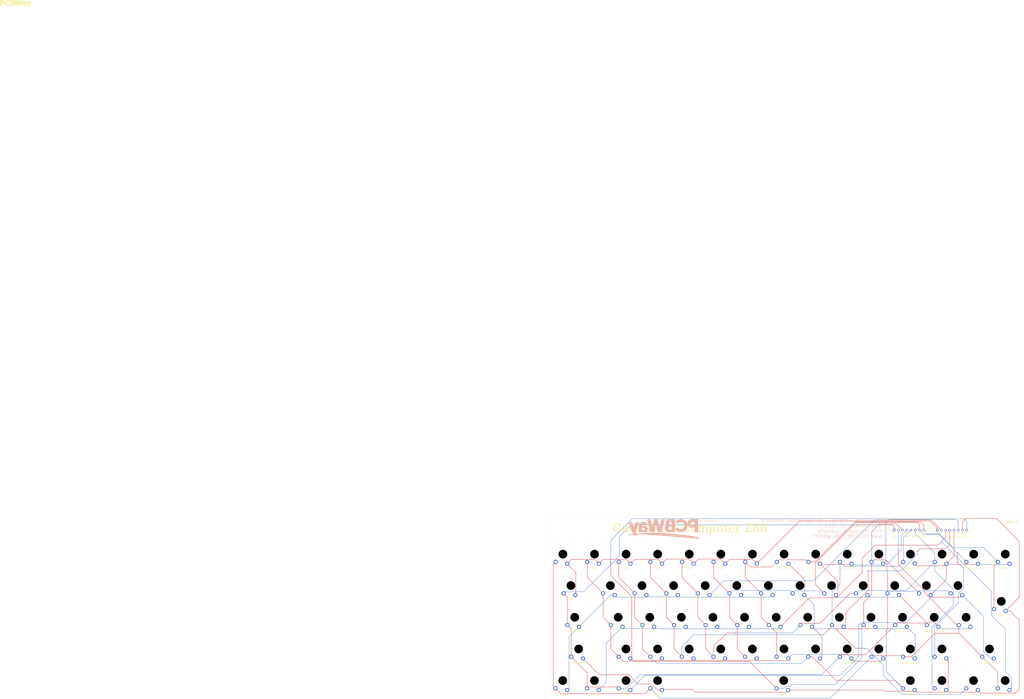
<source format=kicad_pcb>
(kicad_pcb (version 20241229) (generator "pcbnew") (generator_version "9.0")
  (title_block (title "Z88 Mechanical Keyboard (Inverted-T Cursor)") (date "4-Jul-2025") (rev "A") (company "Brett Hallen") (comment 1 "www.youtube.com/@Brfff"))
  (layers (0 "F.Cu" signal) (2 "B.Cu" signal) (13 "F.Paste" user) (15 "B.Paste" user) (5 "F.SilkS" user "F.Silkscreen") (7 "B.SilkS" user "B.Silkscreen") (1 "F.Mask" user) (3 "B.Mask" user) (25 "Edge.Cuts" user))
  (net 0 "")
  (net 1 "COL4")
  (net 2 "COL5")
  (net 3 "COL1")
  (net 4 "COL7")
  (net 5 "COL2")
  (net 6 "COL6")
  (net 7 "COL0")
  (net 8 "COL3")
  (net 9 "ROW4")
  (net 10 "ROW6")
  (net 11 "ROW5")
  (net 12 "ROW7")
  (net 13 "ROW1")
  (net 14 "ROW0")
  (net 15 "ROW3")
  (net 16 "ROW2")
  (footprint "Clueless_Engineer:SW_Gateron_LowProfile_THT" (layer "F.Cu") (at 198.3531 130.4488)
    (property "Reference" "SW32" (hide yes))
    (property "Value" "Y")
  )
  (footprint "Clueless_Engineer:SW_Gateron_LowProfile_THT" (layer "F.Cu") (at 160.2531 130.4488)
    (property "Reference" "SW30" (hide yes))
    (property "Value" "R")
  )
  (footprint "Clueless_Engineer:SW_Gateron_LowProfile_THT" (layer "F.Cu") (at 150.6794 111.4801)
    (property "Reference" "SW22" (hide yes))
    (property "Value" "NELJÄ")
  )
  (footprint "Clueless_Engineer:SW_Gateron_LowProfile_THT" (layer "F.Cu") (at 164.9465 149.585)
    (property "Reference" "SW38" (hide yes))
    (property "Value" "F")
  )
  (footprint "PCM_Mounting_Keyboard_Stabilizer:Stabilizer_Cherry_MX_2.00u" (layer "F.Cu") (at 331.6706 168.6946)
    (property "Reference" "KB2" (hide yes))
    (property "Value" "SHIFT_RH" (hide yes))
  )
  (footprint "PCM_Mounting_Keyboard_Stabilizer:Stabilizer_Cherry_MX_7.00u" (layer "F.Cu") (at 207.4576 187.7446)
    (property "Reference" "KB4" (hide yes))
    (property "Value" "SPACE_BAR")
  )
  (footprint "Clueless_Engineer:SW_Gateron_LowProfile_THT" (layer "F.Cu") (at 264.9794 111.4801)
    (property "Reference" "SW59" (hide yes))
    (property "Value" "NOLLA")
  )
  (footprint "Clueless_Engineer:SW_Gateron_LowProfile_THT" (layer "F.Cu") (at 341.1794 111.4801)
    (property "Reference" "SW8" (hide yes))
    (property "Value" "DELETE")
  )
  (footprint "Clueless_Engineer:SW_Gateron_LowProfile_THT" (layer "F.Cu") (at 207.6076 187.7446)
    (property "Reference" "SW11" (hide yes))
    (property "Value" "SPACE")
  )
  (footprint "Clueless_Engineer:SW_Gateron_LowProfile_THT" (layer "F.Cu") (at 179.3031 130.4488)
    (property "Reference" "SW31" (hide yes))
    (property "Value" "T")
  )
  (footprint "Clueless_Engineer:SW_Gateron_LowProfile_THT" (layer "F.Cu") (at 131.5576 168.6946)
    (property "Reference" "SW44" (hide yes))
    (property "Value" "X")
  )
  (footprint "Clueless_Engineer:SW_Gateron_LowProfile_THT" (layer "F.Cu") (at 131.5576 187.7446)
    (property "Reference" "SW9" (hide yes))
    (property "Value" "SQUARE")
  )
  (footprint "Clueless_Engineer:SW_Gateron_LowProfile_THT" (layer "F.Cu") (at 93.5294 111.4801)
    (property "Reference" "SW19" (hide yes))
    (property "Value" "YKSI")
  )
  (footprint "Clueless_Engineer:SW_Gateron_LowProfile_THT" (layer "F.Cu") (at 74.4076 187.7446)
    (property "Reference" "SW25" (hide yes))
    (property "Value" "INDEX")
  )
  (footprint "Clueless_Engineer:SW_Gateron_LowProfile_THT" (layer "F.Cu") (at 169.7294 111.4801)
    (property "Reference" "SW23" (hide yes))
    (property "Value" "VIISI")
  )
  (footprint "Clueless_Engineer:SW_Gateron_LowProfile_THT" (layer "F.Cu") (at 81.59 149.585)
    (property "Reference" "SW26" (hide yes))
    (property "Value" "DIAMOND")
  )
  (footprint "Clueless_Engineer:55203148" (layer "F.Cu") (at 270.4681 96.9557)
    (property "Reference" "SK6" (hide yes))
    (property "Value" "Z80 Address Bus" (hide yes))
  )
  (footprint "Clueless_Engineer:SW_Gateron_LowProfile_THT" (layer "F.Cu") (at 303.0076 168.6946)
    (property "Reference" "SW15" (hide yes))
    (property "Value" "YLÖS")
  )
  (footprint "Clueless_Engineer:SW_Gateron_LowProfile_THT" (layer "F.Cu") (at 317.5716 149.585)
    (property "Reference" "SW57" (hide yes))
    (property "Value" "GBP")
  )
  (footprint "Clueless_Engineer:SW_Gateron_LowProfile_THT" (layer "F.Cu") (at 312.6531 130.4488)
    (property "Reference" "SW4" (hide yes))
    (property "Value" "]")
  )
  (footprint "Clueless_Engineer:SW_Gateron_LowProfile_THT" (layer "F.Cu") (at 188.7076 168.6946)
    (property "Reference" "SW47" (hide yes))
    (property "Value" "B")
  )
  (footprint "Clueless_Engineer:SW_Gateron_LowProfile_THT" (layer "F.Cu") (at 283.9406 187.7446)
    (property "Reference" "SW12" (hide yes))
    (property "Value" "VASEN")
  )
  (footprint "Clueless_Engineer:SW_Gateron_LowProfile_THT" (layer "F.Cu") (at 298.3129 149.585)
    (property "Reference" "SW58" (hide yes))
    (property "Value" "DOUBLE_QUOTE")
  )
  (footprint "Clueless_Engineer:SW_Gateron_LowProfile_THT" (layer "F.Cu") (at 284.0294 111.4801)
    (property "Reference" "SW5" (hide yes))
    (property "Value" "UNDERSCORE")
  )
  (footprint "MountingHole:MountingHole_3.2mm_M3" (layer "F.Cu") (at 337.4681 96.9557)
    (property "Reference" "H2" (hide yes))
    (property "Value" "MountingHole" (hide yes))
  )
  (footprint "LOGO" (layer "F.Cu") (at -255.5319 -220.3443)
    (property "Reference" "G***")
    (property "Value" "LOGO" (hide yes))
  )
  (footprint "Clueless_Engineer:SW_Gateron_LowProfile_THT" (layer "F.Cu") (at 226.8076 168.6946)
    (property "Reference" "SW52" (hide yes))
    (property "Value" "M")
  )
  (footprint "Clueless_Engineer:SW_Gateron_LowProfile_THT" (layer "F.Cu") (at 283.9576 168.6946)
    (property "Reference" "SW49" (hide yes))
    (property "Value" "/FORWSLASH/")
  )
  (footprint "Clueless_Engineer:SW_Gateron_LowProfile_THT" (layer "F.Cu") (at 322.0576 187.7446)
    (property "Reference" "SW13" (hide yes))
    (property "Value" "OIKEIN")
  )
  (footprint "PCM_Mounting_Keyboard_Stabilizer:Stabilizer_Cherry_MX_2.00u" (layer "F.Cu") (at 83.8686 168.6796)
    (property "Reference" "KB1" (hide yes))
    (property "Value" "SHIFT_LH")
  )
  (footprint "Clueless_Engineer:SW_Gateron_LowProfile_THT" (layer "F.Cu") (at 279.2465 149.585)
    (property "Reference" "SW50" (hide yes))
    (property "Value" "SEMICOLON")
  )
  (footprint "Clueless_Engineer:SW_Gateron_LowProfile_THT" (layer "F.Cu") (at 131.6294 111.4801)
    (property "Reference" "SW21" (hide yes))
    (property "Value" "KOLME")
  )
  (footprint "Clueless_Engineer:SW_Gateron_LowProfile_THT" (layer "F.Cu") (at 226.8794 111.4801)
    (property "Reference" "SW64" (hide yes))
    (property "Value" "KAHDEKSAN")
  )
  (footprint "Clueless_Engineer:SW_Gateron_LowProfile_THT" (layer "F.Cu") (at 245.8576 168.6946)
    (property "Reference" "SW42" (hide yes))
    (property "Value" "COMMA")
  )
  (footprint "Clueless_Engineer:SW_Gateron_LowProfile_THT" (layer "F.Cu") (at 274.5531 130.4488)
    (property "Reference" "SW60" (hide yes))
    (property "Value" "P")
  )
  (footprint "Clueless_Engineer:SW_Gateron_LowProfile_THT" (layer "F.Cu") (at 103.1031 130.4488)
    (property "Reference" "SW27" (hide yes))
    (property "Value" "Q")
  )
  (footprint "Clueless_Engineer:55203148" (layer "F.Cu") (at 296.4681 96.9557)
    (property "Reference" "SK7" (hide yes))
    (property "Value" "Z80 Data Bus" (hide yes))
  )
  (footprint "Clueless_Engineer:SW_Gateron_LowProfile_THT" (layer "F.Cu") (at 74.4794 111.4801)
    (property "Reference" "SW17" (hide yes))
    (property "Value" "ESC")
  )
  (footprint "Clueless_Engineer:SW_Gateron_LowProfile_THT" (layer "F.Cu") (at 331.6706 168.6946)
    (property "Reference" "SW1" (hide yes))
    (property "Value" "SHIFT_RH")
  )
  (footprint "Clueless_Engineer:SW_Gateron_LowProfile_THT" (layer "F.Cu") (at 236.4531 130.4488)
    (property "Reference" "SW63" (hide yes))
    (property "Value" "I")
  )
  (footprint "Clueless_Engineer:SW_Gateron_LowProfile_THT" (layer "F.Cu") (at 188.7794 111.4801)
    (property "Reference" "SW24" (hide yes))
    (property "Value" "KUUSI")
  )
  (footprint "Clueless_Engineer:SW_Gateron_LowProfile_THT" (layer "F.Cu") (at 207.8294 111.4801)
    (property "Reference" "SW56" (hide yes))
    (property "Value" "SEITSEMÄN")
  )
  (footprint "Clueless_Engineer:SW_Gateron_LowProfile_THT" (layer "F.Cu") (at 260.1965 149.585)
    (property "Reference" "SW51" (hide yes))
    (property "Value" "L")
  )
  (footprint "Clueless_Engineer:SW_Gateron_LowProfile_THT" (layer "F.Cu") (at 245.9294 111.4801)
    (property "Reference" "SW61" (hide yes))
    (property "Value" "YHDEKSÄN")
  )
  (footprint "MountingHole:MountingHole_3.2mm_M3" (layer "F.Cu") (at 95.4681 96.9557)
    (property "Reference" "H1" (hide yes))
    (property "Value" "MountingHole" (hide yes))
  )
  (footprint "Clueless_Engineer:SW_Gateron_LowProfile_THT" (layer "F.Cu") (at 264.9716 168.6946)
    (property "Reference" "SW41" (hide yes))
    (property "Value" "DOT")
  )
  (footprint "Clueless_Engineer:SW_Gateron_LowProfile_THT" (layer "F.Cu") (at 255.5031 130.4488)
    (property "Reference" "SW62" (hide yes))
    (property "Value" "O")
  )
  (footprint "Clueless_Engineer:SW_Gateron_LowProfile_THT" (layer "F.Cu") (at 183.9965 149.585)
    (property "Reference" "SW39" (hide yes))
    (property "Value" "G")
  )
  (footprint "PCM_Mounting_Keyboard_Stabilizer:Stabilizer_Cherry_MX_2.00u" (layer "F.Cu") (at 338.7056 140.022 90)
    (property "Reference" "KB3" (hide yes))
    (property "Value" "ENTER" (hide yes))
  )
  (footprint "Clueless_Engineer:SW_Gateron_LowProfile_THT" (layer "F.Cu") (at 141.2031 130.4488)
    (property "Reference" "SW29" (hide yes))
    (property "Value" "E")
  )
  (footprint "Clueless_Engineer:SW_Gateron_LowProfile_THT" (layer "F.Cu") (at 79.3063 130.4488)
    (property "Reference" "SW18" (hide yes))
    (property "Value" "TAB")
  )
  (footprint "Clueless_Engineer:SW_Gateron_LowProfile_THT" (layer "F.Cu") (at 338.7701 139.96)
    (property "Reference" "SW16" (hide yes))
    (property "Value" "ENTER")
  )
  (footprint "Clueless_Engineer:SW_Gateron_LowProfile_THT" (layer "F.Cu") (at 203.0465 149.585)
    (property "Reference" "SW40" (hide yes))
    (property "Value" "H")
  )
  (footprint "Clueless_Engineer:SW_Gateron_LowProfile_THT" (layer "F.Cu") (at 93.4529 187.7446)
    (property "Reference" "SW34" (hide yes))
    (property "Value" "MENU")
  )
  (footprint "Clueless_Engineer:SW_Gateron_LowProfile_THT" (layer "F.Cu") (at 322.1294 111.4801)
    (property "Reference" "SW7" (hide yes))
    (property "Value" "\\BACKSLASH\\")
  )
  (footprint "Clueless_Engineer:SW_Gateron_LowProfile_THT" (layer "F.Cu") (at 341.1106 187.7446)
    (property "Reference" "SW33" (hide yes))
    (property "Value" "CAPS_LOCK")
  )
  (footprint "Clueless_Engineer:SW_Gateron_LowProfile_THT" (layer "F.Cu") (at 107.7965 149.585)
    (property "Reference" "SW35" (hide yes))
    (property "Value" "A")
  )
  (footprint "Clueless_Engineer:SW_Gateron_LowProfile_THT" (layer "F.Cu") (at 222.0965 149.585)
    (property "Reference" "SW54" (hide yes))
    (property "Value" "J")
  )
  (footprint "Clueless_Engineer:SW_Gateron_LowProfile_THT" (layer "F.Cu") (at 112.5794 111.4801)
    (property "Reference" "SW20" (hide yes))
    (property "Value" "KAKSI")
  )
  (footprint "Clueless_Engineer:SW_Gateron_LowProfile_THT" (layer "F.Cu") (at 112.5076 187.7446)
    (property "Reference" "SW2" (hide yes))
    (property "Value" "APUA!")
  )
  (footprint "Clueless_Engineer:SW_Gateron_LowProfile_THT" (layer "F.Cu") (at 241.1465 149.585)
    (property "Reference" "SW53" (hide yes))
    (property "Value" "K")
  )
  (footprint "Clueless_Engineer:SW_Gateron_LowProfile_THT" (layer "F.Cu") (at 122.1531 130.4488)
    (property "Reference" "SW28" (hide yes))
    (property "Value" "W")
  )
  (footprint "Clueless_Engineer:SW_Gateron_LowProfile_THT" (layer "F.Cu") (at 112.5076 168.6946)
    (property "Reference" "SW43" (hide yes))
    (property "Value" "Z")
  )
  (footprint "Clueless_Engineer:SW_Gateron_LowProfile_THT" (layer "F.Cu") (at 303.0794 111.4801)
    (property "Reference" "SW6" (hide yes))
    (property "Value" "EQUALS")
  )
  (footprint "Clueless_Engineer:SW_Gateron_LowProfile_THT" (layer "F.Cu") (at 83.9306 168.6946)
    (property "Reference" "SW10" (hide yes))
    (property "Value" "SHIFT_LH")
  )
  (footprint "Clueless_Engineer:SW_Gateron_LowProfile_THT" (layer "F.Cu") (at 217.4031 130.4488)
    (property "Reference" "SW55" (hide yes))
    (property "Value" "U")
  )
  (footprint "Clueless_Engineer:SW_Gateron_LowProfile_THT" (layer "F.Cu") (at 207.7576 168.6946)
    (property "Reference" "SW48" (hide yes))
    (property "Value" "N")
  )
  (footprint "Clueless_Engineer:SW_Gateron_LowProfile_THT" (layer "F.Cu") (at 169.6576 168.6946)
    (property "Reference" "SW46" (hide yes))
    (property "Value" "V")
  )
  (footprint "Clueless_Engineer:SW_Gateron_LowProfile_THT" (layer "F.Cu") (at 145.8965 149.585)
    (property "Reference" "SW37" (hide yes))
    (property "Value" "D")
  )
  (footprint "Clueless_Engineer:SW_Gateron_LowProfile_THT" (layer "F.Cu") (at 293.6031 130.4488)
    (property "Reference" "SW3" (hide yes))
    (property "Value" "[")
  )
  (footprint "Clueless_Engineer:SW_Gateron_LowProfile_THT" (layer "F.Cu") (at 150.6076 168.6946)
    (property "Reference" "SW45" (hide yes))
    (property "Value" "C")
  )
  (footprint "Clueless_Engineer:SW_Gateron_LowProfile_THT" (layer "F.Cu") (at 303.0076 187.7446)
    (property "Reference" "SW14" (hide yes))
    (property "Value" "ALAS")
  )
  (footprint "Clueless_Engineer:SW_Gateron_LowProfile_THT" (layer "F.Cu") (at 126.8465 149.585)
    (property "Reference" "SW36" (hide yes))
    (property "Value" "S")
  )
  (gr_poly (pts (xy 155.419048 90.378481) (xy 155.332943 90.378329) (xy 155.050052 90.37881) (xy 154.852194 90.378847) (xy 154.436084 90.379463) (xy 153.908098 90.379993) (xy 153.498388 90.380338) (xy 153.304118 90.380493) (xy 152.656948 90.381892) (xy 152.442366 90.384364) (xy 152.275612 90.389019) (xy 152.138053 90.396604) (xy 152.011058 90.40787) (xy 151.714235 90.444439) (xy 151.634938 90.454749) (xy 151.525896 90.472782) (xy 151.418987 90.495706) (xy 151.314257 90.52345) (xy 151.211753 90.555945) (xy 151.111522 90.59312) (xy 151.01361 90.634904) (xy 150.918065 90.681226) (xy 150.824931 90.732015) (xy 150.734257 90.787202) (xy 150.646089 90.846715) (xy 150.560473 90.910484) (xy 150.477456 90.978438) (xy 150.397086 91.050507) (xy 150.319407 91.126619) (xy 150.244468 91.206705) (xy 150.172314 91.290693) (xy 150.08978 91.409569) (xy 150.015409 91.531727) (xy 149.948983 91.656923) (xy 149.890286 91.784913) (xy 149.839101 91.915456) (xy 149.795211 92.048307) (xy 149.758401 92.183225) (xy 149.728452 92.319965) (xy 149.70515 92.458286) (xy 149.688276 92.597943) (xy 149.677615 92.738694) (xy 149.67295 92.880296) (xy 149.674064 93.022506) (xy 149.68074 93.165081) (xy 149.692762 93.307778) (xy 149.709913 93.450354) (xy 149.732955 93.568528) (xy 149.761489 93.684608) (xy 149.795432 93.798454) (xy 149.834695 93.90993) (xy 149.879192 94.018898) (xy 149.928839 94.125219) (xy 149.983547 94.228755) (xy 150.043231 94.329369) (xy 150.107806 94.426924) (xy 150.177183 94.52128) (xy 150.251278 94.6123) (xy 150.330004 94.699846) (xy 150.413274 94.78378) (xy 150.501003 94.863964) (xy 150.593104 94.940261) (xy 150.689491 95.012532) (xy 150.840753 95.101713) (xy 150.995184 95.179214) (xy 151.152525 95.245848) (xy 151.312518 95.302426) (xy 151.474904 95.349763) (xy 151.639425 95.388669) (xy 151.805822 95.419958) (xy 151.973836 95.444442) (xy 152.143209 95.462933) (xy 152.313682 95.476243) (xy 152.484997 95.485186) (xy 152.656895 95.490573) (xy 153.001404 95.49393) (xy 153.345143 95.492813) (xy 153.522458 95.492497) (xy 153.951618 95.491366) (xy 153.951084 95.591927) (xy 153.947505 96.529783) (xy 153.94563 97.011951) (xy 153.944087 97.477203) (xy 153.943225 97.654773) (xy 153.942686 97.779051) (xy 153.942607 97.903332) (xy 153.941742 97.977612) (xy 153.942273 98.023652) (xy 153.942936 98.045503) (xy 153.944015 98.066678) (xy 153.945625 98.087252) (xy 153.94788 98.107304) (xy 153.950894 98.126909) (xy 153.954781 98.146145) (xy 153.959655 98.165088) (xy 153.965631 98.183815) (xy 153.972821 98.202404) (xy 153.981341 98.22093) (xy 153.991304 98.239471) (xy 154.002824 98.258103) (xy 154.016016 98.276904) (xy 154.030993 98.29595) (xy 154.058996 98.309698) (xy 154.087607 98.321319) (xy 154.116767 98.33098) (xy 154.146413 98.338854) (xy 154.176485 98.34511) (xy 154.206923 98.349919) (xy 154.237665 98.353451) (xy 154.26865 98.355877) (xy 154.299818 98.357366) (xy 154.331107 98.35809) (xy 154.393808 98.357922) (xy 154.517992 98.355894) (xy 154.614048 98.356048) (xy 154.814731 98.355765) (xy 154.9681 98.3557) (xy 155.121469 98.356101) (xy 155.316702 98.355894) (xy 155.409168 98.356219) (xy 155.503601 98.355555) (xy 155.575898 98.354341) (xy 155.605189 98.353306) (xy 155.63068 98.35187) (xy 155.652948 98.349943) (xy 155.672572 98.347437) (xy 155.690128 98.344263) (xy 155.706196 98.340334) (xy 155.721353 98.335561) (xy 155.736177 98.329856) (xy 155.751246 98.323131) (xy 155.767137 98.315297) (xy 155.803701 98.29595) (xy 155.813678 98.284013) (xy 155.822917 98.27194) (xy 155.831447 98.259732) (xy 155.839295 98.247392) (xy 155.846487 98.234923) (xy 155.853052 98.222329) (xy 155.859017 98.209612) (xy 155.864409 98.196775) (xy 155.873584 98.170753) (xy 155.880796 98.144287) (xy 155.886264 98.1174) (xy 155.890208 98.090115) (xy 155.892846 98.062457) (xy 155.894397 98.034449) (xy 155.895081 98.006114) (xy 155.895117 97.977476) (xy 155.893155 97.860359) (xy 155.893531 97.766334) (xy 155.893682 97.637298) (xy 155.893452 97.508262) (xy 155.893768 97.229824) (xy 155.893815 96.684483) (xy 155.893698 96.241302) (xy 155.893734 96.17761) (xy 155.893812 96.049516) (xy 155.893351 94.84815) (xy 155.893424 93.824491) (xy 153.978076 93.824491) (xy 153.571853 93.82942) (xy 153.424889 93.829994) (xy 153.29399 93.828996) (xy 153.163129 93.826195) (xy 153.016279 93.821359) (xy 152.610511 93.804648) (xy 152.538061 93.7997) (xy 152.489518 93.794579) (xy 152.441145 93.788003) (xy 152.393038 93.779907) (xy 152.34529 93.770225) (xy 152.297998 93.758894) (xy 152.251255 93.74585) (xy 152.205157 93.731028) (xy 152.159799 93.714363) (xy 152.115276 93.695792) (xy 152.071682 93.675249) (xy 152.029112 93.652671) (xy 151.987662 93.627993) (xy 151.947425 93.60115) (xy 151.908498 93.572079) (xy 151.870975 93.540714) (xy 151.834951 93.506992) (xy 151.802171 93.462725) (xy 151.773058 93.418331) (xy 151.747432 93.373729) (xy 151.725115 93.328843) (xy 151.705924 93.283595) (xy 151.689682 93.237907) (xy 151.676206 93.191701) (xy 151.665318 93.144899) (xy 151.656836 93.097424) (xy 151.650582 93.049197) (xy 151.646375 93.000142) (xy 151.644035 92.950179) (xy 151.643382 92.899231) (xy 151.644236 92.84722) (xy 151.646416 92.794069) (xy 151.649743 92.7397) (xy 151.659709 92.698013) (xy 151.671754 92.657562) (xy 151.685809 92.618327) (xy 151.701805 92.58029) (xy 151.719673 92.543432) (xy 151.739346 92.507735) (xy 151.760753 92.47318) (xy 151.783827 92.439749) (xy 151.808498 92.407424) (xy 151.834699 92.376185) (xy 151.862359 92.346014) (xy 151.891411 92.316893) (xy 151.921786 92.288803) (xy 151.953415 92.261725) (xy 151.986229 92.235641) (xy 152.02016 92.210533) (xy 152.050151 92.19443) (xy 152.079974 92.179523) (xy 152.109688 92.165767) (xy 152.139354 92.15312) (xy 152.16903 92.141537) (xy 152.198777 92.130974) (xy 152.228655 92.121387) (xy 152.258722 92.112734) (xy 152.289039 92.10497) (xy 152.319664 92.098051) (xy 152.350659 92.091933) (xy 152.382083 92.086573) (xy 152.413995 92.081927) (xy 152.446454 92.077951) (xy 152.479522 92.074601) (xy 152.513256 92.071834) (xy 152.585543 92.065782) (xy 152.689477 92.058887) (xy 152.793405 92.053841) (xy 152.897339 92.050396) (xy 153.00129 92.048303) (xy 153.209289 92.047177) (xy 153.41749 92.048476) (xy 153.951618 92.051783) (xy 153.978076 93.824491) (xy 155.893424 93.824491) (xy 155.893424 93.817141) (xy 155.893772 92.620096) (xy 155.893698 92.492471) (xy 155.893661 92.429042) (xy 155.893895 91.986353) (xy 155.893634 91.446925) (xy 155.893606 91.171659) (xy 155.893611 91.022537) (xy 155.893155 90.873415) (xy 155.893692 90.785323) (xy 155.892878 90.702564) (xy 155.891192 90.639184) (xy 155.889693 90.613489) (xy 155.887579 90.591111) (xy 155.884721 90.571542) (xy 155.880985 90.554273) (xy 155.87624 90.538795) (xy 155.870355 90.524598) (xy 155.863196 90.511174) (xy 155.854633 90.498013) (xy 155.844534 90.484607) (xy 155.832767 90.470446) (xy 155.803701 90.437825) (xy 155.78957 90.428567) (xy 155.775722 90.420302) (xy 155.762091 90.412977) (xy 155.748613 90.406536) (xy 155.735221 90.400925) (xy 155.72185 90.396089) (xy 155.708435 90.391974) (xy 155.69491 90.388526) (xy 155.68121 90.385689) (xy 155.667269 90.383409) (xy 155.653022 90.381631) (xy 155.638404 90.380301) (xy 155.623349 90.379364) (xy 155.607791 90.378766) (xy 155.574905 90.378367) (xy 155.500339 90.37803)) (stroke (width -0.000001)) (fill yes) (layer "B.SilkS"))
  (gr_poly (pts (xy 118.526422 92.305809) (xy 118.515142 92.308171) (xy 118.50524 92.310456) (xy 118.496525 92.312761) (xy 118.488811 92.315186) (xy 118.481907 92.317828) (xy 118.475626 92.320786) (xy 118.469779 92.324159) (xy 118.464179 92.328044) (xy 118.458635 92.33254) (xy 118.45296 92.337746) (xy 118.446965 92.343759) (xy 118.440461 92.35068) (xy 118.425176 92.367632) (xy 118.408385 92.408926) (xy 118.392139 92.450331) (xy 118.376391 92.491858) (xy 118.361091 92.53352) (xy 118.331638 92.617297) (xy 118.303389 92.701756) (xy 118.277797 92.778618) (xy 118.194527 93.030535) (xy 118.135878 93.207114) (xy 117.981496 93.673309) (xy 117.735887 94.414246) (xy 117.65114 94.670388) (xy 117.597386 94.832685) (xy 117.57133 94.911351) (xy 117.502331 95.116014) (xy 117.431603 95.320086) (xy 117.401772 95.404935) (xy 117.344701 95.565447) (xy 117.319124 95.63776) (xy 117.296391 95.701314) (xy 117.291103 95.719503) (xy 117.288963 95.727167) (xy 117.287129 95.73414) (xy 117.285576 95.740618) (xy 117.284281 95.746796) (xy 117.283221 95.752872) (xy 117.282372 95.759042) (xy 117.281711 95.765501) (xy 117.281215 95.772447) (xy 117.280859 95.780075) (xy 117.28062 95.788582) (xy 117.280401 95.809018) (xy 117.28037 95.835325) (xy 117.227452 95.835325) (xy 117.220012 95.790727) (xy 117.204928 95.71434) (xy 117.187815 95.63872) (xy 117.16893 95.563722) (xy 117.148531 95.489201) (xy 117.126874 95.415012) (xy 117.104215 95.34101) (xy 117.05692 95.192987) (xy 117.021428 95.082269) (xy 116.945885 94.847399) (xy 116.768132 94.293771) (xy 116.708223 94.106982) (xy 116.526103 93.534465) (xy 116.346059 92.961288) (xy 116.318834 92.874247) (xy 116.221797 92.563847) (xy 116.201747 92.49965) (xy 116.184456 92.444229) (xy 116.174215 92.412197) (xy 116.163805 92.380218) (xy 116.142662 92.316367) (xy 114.211205 92.316367) (xy 114.224295 92.379477) (xy 114.231058 92.409429) (xy 114.238222 92.438762) (xy 114.245979 92.467814) (xy 114.254521 92.496921) (xy 114.26404 92.526423) (xy 114.274727 92.556655) (xy 114.297734 92.619437) (xy 114.32303 92.687506) (xy 114.349904 92.76053) (xy 114.439406 93.002629) (xy 114.50324 93.175674) (xy 114.713912 93.745116) (xy 114.750609 93.844187) (xy 115.190016 95.028775) (xy 115.591997 96.113137) (xy 115.656969 96.288579) (xy 115.919121 96.996636) (xy 116.595751 98.822188) (xy 116.651515 98.972371) (xy 116.727535 99.176929) (xy 116.750087 99.237753) (xy 116.780035 99.317838) (xy 116.790194 99.344365) (xy 116.798401 99.364941) (xy 116.8056 99.381862) (xy 116.812734 99.397425) (xy 116.830577 99.433658) (xy 116.899199 99.436346) (xy 116.967747 99.437259) (xy 117.036224 99.43653) (xy 117.104632 99.434291) (xy 117.241252 99.425819) (xy 117.377625 99.412907) (xy 117.513773 99.39662) (xy 117.649714 99.378023) (xy 117.921053 99.33816) (xy 118.019385 99.325091) (xy 118.117661 99.313936) (xy 118.215933 99.304476) (xy 118.314256 99.296492) (xy 118.511266 99.284069) (xy 118.70912 99.274908) (xy 118.713669 99.261882) (xy 118.71757 99.249049) (xy 118.720847 99.236399) (xy 118.72352 99.22392) (xy 118.725613 99.211602) (xy 118.727147 99.199435) (xy 118.728145 99.187406) (xy 118.728629 99.175507) (xy 118.728143 99.152053) (xy 118.725867 99.128985) (xy 118.721978 99.106219) (xy 118.716654 99.083669) (xy 118.710072 99.061249) (xy 118.70241 99.038874) (xy 118.693846 99.016458) (xy 118.684556 98.993916) (xy 118.643697 98.900771) (xy 118.584837 98.757007) (xy 118.537902 98.644418) (xy 118.490575 98.531995) (xy 118.445263 98.422997) (xy 118.400612 98.313726) (xy 118.371474 98.246803) (xy 118.36016 98.217392) (xy 118.350391 98.189118) (xy 118.342148 98.161816) (xy 118.335412 98.13532) (xy 118.330163 98.109463) (xy 118.326384 98.084079) (xy 118.324054 98.059003) (xy 118.323154 98.034067) (xy 118.323666 98.009105) (xy 118.32557 97.983952) (xy 118.328847 97.958441) (xy 118.333479 97.932406) (xy 118.339445 97.90568) (xy 118.346727 97.878098) (xy 118.355306 97.849494) (xy 118.365163 97.8197) (xy 118.383946 97.763544) (xy 118.399599 97.720053) (xy 118.415718 97.676778) (xy 118.432209 97.633641) (xy 118.448979 97.590566) (xy 118.473903 97.525711) (xy 118.527278 97.387616) (xy 118.642748 97.08793) (xy 118.702394 96.932798) (xy 118.837257 96.57869) (xy 118.970397 96.223931) (xy 119.068269 95.962449) (xy 119.094893 95.891356) (xy 119.453911 94.937003) (xy 119.587883 94.581327) (xy 120.015828 93.449855) (xy 120.145857 93.107819) (xy 120.215633 92.925106) (xy 120.310881 92.675104) (xy 120.339336 92.601382) (xy 120.364794 92.533969) (xy 120.386992 92.475878) (xy 120.392095 92.457953) (xy 120.39416 92.450294) (xy 120.39593 92.443192) (xy 120.397428 92.436413) (xy 120.398678 92.429724) (xy 120.399701 92.422891) (xy 120.40052 92.41568) (xy 120.401158 92.407859) (xy 120.401637 92.399192) (xy 120.40198 92.389447) (xy 120.402211 92.37839) (xy 120.402422 92.351405) (xy 120.402452 92.316367) (xy 120.026769 92.312331) (xy 119.651076 92.309512) (xy 119.476631 92.308252) (xy 119.30219 92.306387) (xy 119.133901 92.304691) (xy 118.965605 92.303815) (xy 118.901344 92.303273) (xy 118.837087 92.302379) (xy 118.792138 92.301805) (xy 118.747199 92.301481) (xy 118.657308 92.301348) (xy 118.553865 92.300458)) (stroke (width -0.000001)) (fill yes) (layer "B.SilkS"))
  (gr_poly (pts (xy 141.939341 90.429998) (xy 141.922905 90.430844) (xy 141.888447 90.433088) (xy 141.870662 90.433937) (xy 141.852666 90.434239) (xy 141.780017 90.434401) (xy 141.703836 90.434261) (xy 141.451813 90.434311) (xy 141.275093 90.434234) (xy 140.901994 90.434376) (xy 140.432092 90.434284) (xy 139.391536 90.435541) (xy 139.107017 90.440356) (xy 138.772183 90.449917) (xy 138.717723 90.451538) (xy 138.456423 90.463323) (xy 138.325511 90.472826) (xy 138.194898 90.485442) (xy 138.064939 90.501704) (xy 137.935989 90.52214) (xy 137.808404 90.547281) (xy 137.682539 90.577658) (xy 137.558749 90.613802) (xy 137.437389 90.656243) (xy 137.318814 90.705511) (xy 137.203381 90.762136) (xy 137.091444 90.82665) (xy 136.983358 90.899582) (xy 136.879478 90.981464) (xy 136.780161 91.072825) (xy 136.716084 91.145505) (xy 136.657501 91.219672) (xy 136.604256 91.295332) (xy 136.556193 91.372497) (xy 136.513154 91.451173) (xy 136.474984 91.53137) (xy 136.441525 91.613097) (xy 136.412623 91.696363) (xy 136.38812 91.781175) (xy 136.36786 91.867543) (xy 136.351687 91.955477) (xy 136.339444 92.044983) (xy 136.330975 92.136072) (xy 136.326124 92.228751) (xy 136.324734 92.323031) (xy 136.326648 92.418918) (xy 136.334278 92.505027) (xy 136.345694 92.590213) (xy 136.360871 92.674368) (xy 136.379784 92.757382) (xy 136.402407 92.839145) (xy 136.428715 92.919547) (xy 136.458685 92.998479) (xy 136.492289 93.075832) (xy 136.529504 93.151494) (xy 136.570304 93.225357) (xy 136.614664 93.297311) (xy 136.66256 93.367247) (xy 136.713965 93.435054) (xy 136.768856 93.500623) (xy 136.827206 93.563844) (xy 136.888991 93.624607) (xy 136.94197 93.667071) (xy 136.995911 93.708068) (xy 137.050742 93.747724) (xy 137.106394 93.786165) (xy 137.162794 93.82352) (xy 137.219873 93.859913) (xy 137.277561 93.895473) (xy 137.335785 93.930325) (xy 137.261061 93.952752) (xy 137.172015 93.981574) (xy 137.083299 94.01292) (xy 136.995251 94.046945) (xy 136.908211 94.083802) (xy 136.822518 94.123648) (xy 136.738511 94.166637) (xy 136.656529 94.212923) (xy 136.576912 94.262662) (xy 136.499998 94.316009) (xy 136.426126 94.373118) (xy 136.355636 94.434144) (xy 136.288868 94.499242) (xy 136.226159 94.568566) (xy 136.16785 94.642273) (xy 136.114279 94.720516) (xy 136.065785 94.80345) (xy 136.037256 94.875071) (xy 136.012919 94.948087) (xy 135.992445 95.022342) (xy 135.975509 95.097681) (xy 135.961781 95.173949) (xy 135.950934 95.25099) (xy 135.942641 95.328649) (xy 135.936573 95.406771) (xy 135.929803 95.563782) (xy 135.928004 95.72078) (xy 135.92883 96.029771) (xy 135.927982 96.142591) (xy 135.928928 96.23607) (xy 135.933513 96.326413) (xy 135.941811 96.413834) (xy 135.953897 96.498548) (xy 135.969845 96.580769) (xy 135.98973 96.66071) (xy 136.013626 96.738586) (xy 136.041608 96.814611) (xy 136.073751 96.888999) (xy 136.110129 96.961965) (xy 136.150817 97.033722) (xy 136.195889 97.104484) (xy 136.24542 97.174466) (xy 136.299485 97.243882) (xy 136.358158 97.312945) (xy 136.421514 97.381871) (xy 136.53717 97.489836) (xy 136.657882 97.588942) (xy 136.783305 97.67945) (xy 136.913099 97.761624) (xy 137.046919 97.835727) (xy 137.184425 97.902022) (xy 137.325273 97.960772) (xy 137.469122 98.01224) (xy 137.615628 98.056689) (xy 137.764449 98.094383) (xy 137.915244 98.125584) (xy 138.067668 98.150556) (xy 138.221381 98.169561) (xy 138.376039 98.182863) (xy 138.531301 98.190724) (xy 138.686823 98.193408) (xy 138.786362 98.19312) (xy 138.893627 98.193132) (xy 139.182037 98.192799) (xy 139.48448 98.192587) (xy 140.055957 98.192022) (xy 140.707088 98.191447) (xy 142.045369 98.190116) (xy 142.046718 95.238791) (xy 142.046822 94.890738) (xy 142.046832 94.856366) (xy 140.060994 94.856366) (xy 140.060994 96.734908) (xy 139.445838 96.72664) (xy 139.253679 96.724644) (xy 139.099812 96.721989) (xy 139.021639 96.721488) (xy 138.961011 96.719397) (xy 138.900118 96.715542) (xy 138.83911 96.709837) (xy 138.778139 96.702197) (xy 138.717357 96.692535) (xy 138.656915 96.680765) (xy 138.596964 96.666801) (xy 138.537656 96.650556) (xy 138.479143 96.631944) (xy 138.421576 96.61088) (xy 138.365106 96.587276) (xy 138.309886 96.561048) (xy 138.256066 96.532108) (xy 138.203798 96.50037) (xy 138.153234 96.465748) (xy 138.104524 96.428157) (xy 138.089018 96.411167) (xy 138.074348 96.394141) (xy 138.060396 96.376969) (xy 138.047044 96.359542) (xy 138.034171 96.341753) (xy 138.02166 96.323491) (xy 138.009391 96.304649) (xy 137.997244 96.285117) (xy 137.964377 96.2322) (xy 137.950923 96.203932) (xy 137.938991 96.175704) (xy 137.928489 96.147485) (xy 137.919325 96.119245) (xy 137.911404 96.090952) (xy 137.904635 96.062576) (xy 137.898924 96.034086) (xy 137.894179 96.005453) (xy 137.890307 95.976645) (xy 137.887214 95.947631) (xy 137.884808 95.918382) (xy 137.882997 95.888866) (xy 137.880784 95.828912) (xy 137.879834 95.767525) (xy 137.879021 95.704092) (xy 137.880178 95.664034) (xy 137.882514 95.62449) (xy 137.886107 95.58548) (xy 137.891033 95.547023) (xy 137.89737 95.509139) (xy 137.905195 95.471848) (xy 137.914584 95.43517) (xy 137.925615 95.399123) (xy 137.938364 95.363727) (xy 137.952909 95.329002) (xy 137.969327 95.294967) (xy 137.987694 95.261642) (xy 138.008088 95.229047) (xy 138.030585 95.1972) (xy 138.055263 95.166122) (xy 138.082199 95.135833) (xy 138.120294 95.104251) (xy 138.159462 95.075018) (xy 138.199651 95.048047) (xy 138.240808 95.023249) (xy 138.282878 95.000537) (xy 138.32581 94.979823) (xy 138.414043 94.944038) (xy 138.50508 94.915189) (xy 138.598497 94.892575) (xy 138.693868 94.875493) (xy 138.790766 94.86324) (xy 138.888767 94.855113) (xy 138.987443 94.850409) (xy 139.08637 94.848425) (xy 139.185122 94.848459) (xy 139.569861 94.854713) (xy 140.060994 94.856366) (xy 142.046832 94.856366) (xy 142.046843 94.820744) (xy 142.047409 93.697226) (xy 142.047856 92.545276) (xy 142.04818 91.919492) (xy 140.060994 91.919492) (xy 140.060994 93.480533) (xy 139.593012 93.487148) (xy 139.447627 93.490067) (xy 139.332394 93.490146) (xy 139.217195 93.486364) (xy 139.159901 93.482391) (xy 139.102968 93.476691) (xy 139.046514 93.46901) (xy 138.990655 93.459095) (xy 138.935509 93.446692) (xy 138.881195 93.431546) (xy 138.827828 93.413404) (xy 138.775527 93.392013) (xy 138.724408 93.367117) (xy 138.674591 93.338463) (xy 138.626191 93.305797) (xy 138.579328 93.268866) (xy 138.549208 93.237273) (xy 138.521799 93.205469) (xy 138.49698 93.173372) (xy 138.474628 93.140899) (xy 138.454621 93.107967) (xy 138.436837 93.074493) (xy 138.421154 93.040395) (xy 138.40745 93.005589) (xy 138.395604 92.969993) (xy 138.385492 92.933524) (xy 138.376994 92.8961) (xy 138.369987 92.857637) (xy 138.36435 92.818053) (xy 138.359959 92.777265) (xy 138.356694 92.735189) (xy 138.354431 92.691744) (xy 138.355939 92.652813) (xy 138.358548 92.614436) (xy 138.362313 92.576608) (xy 138.367291 92.539322) (xy 138.373535 92.502573) (xy 138.381102 92.466353) (xy 138.390045 92.430656) (xy 138.400421 92.395476) (xy 138.412285 92.360807) (xy 138.42569 92.326642) (xy 138.440694 92.292974) (xy 138.45735 92.259798) (xy 138.475713 92.227108) (xy 138.49584 92.194895) (xy 138.517785 92.163156) (xy 138.541603 92.131882) (xy 138.568578 92.107653) (xy 138.59644 92.085236) (xy 138.625145 92.064562) (xy 138.654649 92.045563) (xy 138.684908 92.028171) (xy 138.715877 92.012318) (xy 138.747514 91.997937) (xy 138.779773 91.98496) (xy 138.845981 91.962943) (xy 138.914151 91.945724) (xy 138.983929 91.93276) (xy 139.054963 91.923507) (xy 139.126899 91.917421) (xy 139.199384 91.913959) (xy 139.272067 91.912577) (xy 139.344594 91.912731) (xy 139.626085 91.917838) (xy 140.060994 91.919492) (xy 142.04818 91.919492) (xy 142.048224 91.833874) (xy 142.04837 91.34672) (xy 142.048523 91.065227) (xy 142.048551 90.760768) (xy 142.048784 90.669908) (xy 142.048624 90.588196) (xy 142.048654 90.517108) (xy 142.047724 90.506558) (xy 142.04631 90.496865) (xy 142.044427 90.487993) (xy 142.042091 90.479908) (xy 142.039315 90.472576) (xy 142.036115 90.465963) (xy 142.032506 90.460035) (xy 142.028502 90.454757) (xy 142.024118 90.450096) (xy 142.01937 90.446016) (xy 142.014272 90.442484) (xy 142.008839 90.439466) (xy 142.003085 90.436927) (xy 141.997026 90.434833) (xy 141.990676 90.43315) (xy 141.984051 90.431843) (xy 141.977165 90.430879) (xy 141.970033 90.430224) (xy 141.962669 90.429842) (xy 141.95509 90.4297)) (stroke (width -0.000001)) (fill yes) (layer "B.SilkS"))
  (gr_rect (start 127.281618 98.084283) (end 129.371828 98.190116) (stroke (width -0.000001)) (fill yes) (layer "B.SilkS"))
  (gr_poly (pts (xy 136.250993 98.825116) (xy 136.277452 98.878033) (xy 136.171619 98.904491) (xy 136.542035 98.904491) (xy 136.515578 98.851575) (xy 136.469365 98.844354) (xy 136.423089 98.837535) (xy 136.376755 98.831122) (xy 136.330368 98.825116) (xy 136.303911 98.798658)) (stroke (width -0.000001)) (fill yes) (layer "B.SilkS"))
  (gr_poly (pts (xy 131.40912 96.761366) (xy 131.462035 96.973033) (xy 131.479485 96.946726) (xy 131.486514 96.935873) (xy 131.492498 96.926292) (xy 131.497504 96.917785) (xy 131.501597 96.910159) (xy 131.504842 96.903215) (xy 131.507304 96.896758) (xy 131.50905 96.890592) (xy 131.510143 96.884521) (xy 131.510651 96.878347) (xy 131.510638 96.871876) (xy 131.510169 96.864911) (xy 131.50931 96.857255) (xy 131.506685 96.839088) (xy 131.495755 96.808624) (xy 131.491539 96.797549) (xy 131.48746 96.787618) (xy 131.482993 96.777609) (xy 131.477615 96.766301) (xy 131.462035 96.734908)) (stroke (width -0.000001)) (fill yes) (layer "B.SilkS"))
  (gr_poly (pts (xy 118.714069 99.613576) (xy 118.607665 99.617171) (xy 118.501526 99.62253) (xy 118.395559 99.629444) (xy 118.289674 99.637705) (xy 118.183779 99.647103) (xy 117.971593 99.668475) (xy 117.835478 99.682428) (xy 117.412197 99.72819) (xy 116.98933 99.777616) (xy 116.99256 99.814485) (xy 116.996947 99.849745) (xy 117.002433 99.883634) (xy 117.008962 99.916388) (xy 117.016478 99.948241) (xy 117.024924 99.979431) (xy 117.034243 100.010194) (xy 117.044379 100.040766) (xy 117.066875 100.102279) (xy 117.091958 100.165861) (xy 117.148079 100.306783) (xy 119.158913 100.306783) (xy 119.146098 100.232268) (xy 119.139517 100.1979) (xy 119.132366 100.164633) (xy 119.124301 100.13185) (xy 119.114983 100.09893) (xy 119.104068 100.065257) (xy 119.091216 100.030211) (xy 119.066875 99.967372) (xy 119.041503 99.903293) (xy 119.016438 99.837975) (xy 118.988362 99.766802) (xy 118.976574 99.737966) (xy 118.965906 99.713189) (xy 118.956069 99.69214) (xy 118.946778 99.674488) (xy 118.937745 99.659902) (xy 118.928686 99.64805) (xy 118.924056 99.643046) (xy 118.919312 99.638602) (xy 118.914417 99.634676) (xy 118.909337 99.631227) (xy 118.904035 99.628212) (xy 118.898475 99.625592) (xy 118.88644 99.621368) (xy 118.872944 99.618224) (xy 118.857701 99.615827) (xy 118.82083 99.611954)) (stroke (width -0.000001)) (fill yes) (layer "B.SilkS"))
  (gr_poly (pts (xy 121.804744 98.983866) (xy 121.645995 98.983866) (xy 121.619536 99.036783) (xy 121.88412 99.036783) (xy 121.831203 98.930949)) (stroke (width -0.000001)) (fill yes) (layer "B.SilkS"))
  (gr_poly (pts (xy 143.209535 99.433658) (xy 143.474118 99.460116) (xy 143.500577 99.380741) (xy 143.235994 99.354283)) (stroke (width -0.000001)) (fill yes) (layer "B.SilkS"))
  (gr_poly (pts (xy 118.526422 92.305809) (xy 118.515142 92.308171) (xy 118.50524 92.310456) (xy 118.496525 92.312761) (xy 118.488811 92.315186) (xy 118.481907 92.317828) (xy 118.475626 92.320786) (xy 118.469779 92.324159) (xy 118.464179 92.328044) (xy 118.458635 92.33254) (xy 118.45296 92.337746) (xy 118.446965 92.343759) (xy 118.440461 92.35068) (xy 118.425176 92.367632) (xy 118.408385 92.408926) (xy 118.392139 92.450331) (xy 118.376391 92.491858) (xy 118.361091 92.53352) (xy 118.331638 92.617297) (xy 118.303389 92.701756) (xy 118.277797 92.778618) (xy 118.194527 93.030535) (xy 118.135878 93.207114) (xy 117.981496 93.673309) (xy 117.735887 94.414246) (xy 117.65114 94.670388) (xy 117.597386 94.832685) (xy 117.57133 94.911351) (xy 117.502331 95.116014) (xy 117.431603 95.320086) (xy 117.401772 95.404935) (xy 117.344701 95.565447) (xy 117.319124 95.63776) (xy 117.296391 95.701314) (xy 117.291103 95.719503) (xy 117.288963 95.727167) (xy 117.287129 95.73414) (xy 117.285576 95.740618) (xy 117.284281 95.746796) (xy 117.283221 95.752872) (xy 117.282372 95.759042) (xy 117.281711 95.765501) (xy 117.281215 95.772447) (xy 117.280859 95.780075) (xy 117.28062 95.788582) (xy 117.280401 95.809018) (xy 117.28037 95.835325) (xy 117.227452 95.835325) (xy 117.220012 95.790727) (xy 117.204928 95.71434) (xy 117.187815 95.63872) (xy 117.16893 95.563722) (xy 117.148531 95.489201) (xy 117.126874 95.415012) (xy 117.104215 95.34101) (xy 117.05692 95.192987) (xy 117.021428 95.082269) (xy 116.945885 94.847399) (xy 116.768132 94.293771) (xy 116.708223 94.106982) (xy 116.526103 93.534465) (xy 116.346059 92.961288) (xy 116.318834 92.874247) (xy 116.221797 92.563847) (xy 116.201747 92.49965) (xy 116.184456 92.444229) (xy 116.174215 92.412197) (xy 116.163805 92.380218) (xy 116.142662 92.316367) (xy 114.211205 92.316367) (xy 114.224295 92.379477) (xy 114.231058 92.409429) (xy 114.238222 92.438762) (xy 114.245979 92.467814) (xy 114.254521 92.496921) (xy 114.26404 92.526423) (xy 114.274727 92.556655) (xy 114.297734 92.619437) (xy 114.32303 92.687506) (xy 114.349904 92.76053) (xy 114.439406 93.002629) (xy 114.50324 93.175674) (xy 114.713912 93.745116) (xy 114.750609 93.844187) (xy 115.190016 95.028775) (xy 115.591997 96.113137) (xy 115.656969 96.288579) (xy 115.953188 97.088662) (xy 116.089241 97.45616) (xy 116.155898 97.636212) (xy 116.508116 98.584718) (xy 116.538542 98.666318) (xy 116.680534 99.046621) (xy 116.730119 99.179513) (xy 116.753084 99.240751) (xy 116.76485 99.267697) (xy 116.773882 99.288987) (xy 116.777558 99.298121) (xy 116.780776 99.306573) (xy 116.783608 99.314586) (xy 116.78613 99.322405) (xy 116.788417 99.330272) (xy 116.790544 99.338432) (xy 116.792585 99.347129) (xy 116.794614 99.356607) (xy 116.79894 99.378879) (xy 116.804118 99.407199) (xy 115.774547 99.528648) (xy 115.296324 99.585057) (xy 114.833641 99.639611) (xy 114.658318 99.660305) (xy 114.130719 99.721031) (xy 113.602663 99.777616) (xy 113.604497 99.790654) (xy 113.606502 99.802835) (xy 113.608721 99.81425) (xy 113.611198 99.824992) (xy 113.613976 99.835153) (xy 113.617098 99.844826) (xy 113.620608 99.854104) (xy 113.62455 99.863077) (xy 113.628966 99.87184) (xy 113.6339 99.880484) (xy 113.639395 99.889101) (xy 113.645495 99.897784) (xy 113.652244 99.906625) (xy 113.659683 99.915717) (xy 113.667858 99.925152) (xy 113.676811 99.935022) (xy 113.700034 99.951496) (xy 113.723182 99.966706) (xy 113.746267 99.980694) (xy 113.769304 99.993503) (xy 113.792305 100.005175) (xy 113.815284 100.015755) (xy 113.861227 100.033809) (xy 113.907239 100.048006) (xy 113.953425 100.058692) (xy 113.999891 100.06621) (xy 114.046743 100.070905) (xy 114.094085 100.07312) (xy 114.142023 100.073199) (xy 114.190664 100.071487) (xy 114.240112 100.068327) (xy 114.341852 100.05904) (xy 114.448088 100.04809) (xy 114.602632 100.03522) (xy 114.805633 100.017478) (xy 115.008531 99.998604) (xy 115.212068 99.980389) (xy 115.415679 99.962979) (xy 115.759987 99.932799) (xy 116.104195 99.901477) (xy 116.307021 99.883183) (xy 116.509926 99.865763) (xy 116.597731 99.858427) (xy 116.748265 99.846204) (xy 116.779693 99.843467) (xy 116.810361 99.840437) (xy 116.840464 99.836897) (xy 116.870197 99.832635) (xy 116.899755 99.827436) (xy 116.929333 99.821086) (xy 116.944191 99.817412) (xy 116.959126 99.81337) (xy 116.974165 99.808933) (xy 116.98933 99.804074) (xy 117.015785 99.962824) (xy 117.148079 100.306783) (xy 119.158913 100.306783) (xy 119.145916 100.231466) (xy 119.139242 100.197019) (xy 119.131959 100.163792) (xy 119.123697 100.131094) (xy 119.114089 100.098237) (xy 119.102764 100.064529) (xy 119.096343 100.04714) (xy 119.089354 100.02928) (xy 119.064293 99.96608) (xy 119.038194 99.90164) (xy 118.98683 99.772965) (xy 118.963826 99.715986) (xy 118.957845 99.702571) (xy 118.953369 99.692121) (xy 118.951634 99.687749) (xy 118.950204 99.683808) (xy 118.949052 99.680195) (xy 118.948156 99.676805) (xy 118.94749 99.673536) (xy 118.94703 99.670283) (xy 118.946753 99.666944) (xy 118.946633 99.663415) (xy 118.946647 99.659592) (xy 118.94677 99.655371) (xy 118.947246 99.645325) (xy 119.85538 99.577369) (xy 120.417462 99.555527) (xy 121.109186 99.547883) (xy 121.973775 99.559021) (xy 123.054453 99.593522) (xy 124.394443 99.655967) (xy 126.036969 99.750939) (xy 128.025255 99.88302) (xy 130.402523 100.056792) (xy 133.211998 100.276836) (xy 136.496902 100.547734) (xy 140.30046 100.874069) (xy 144.665896 101.260422) (xy 149.636432 101.711375) (xy 155.255292 102.231509) (xy 155.377648 102.255002) (xy 155.715703 102.320699) (xy 155.866598 102.350127) (xy 155.937656 102.364291) (xy 156.016624 102.37902) (xy 156.055642 102.385404) (xy 156.094596 102.390783) (xy 156.133672 102.394895) (xy 156.153315 102.396394) (xy 156.173057 102.397476) (xy 156.192923 102.39811) (xy 156.212935 102.398263) (xy 156.233117 102.3979) (xy 156.253493 102.396991) (xy 156.245341 102.304202) (xy 156.234413 102.212136) (xy 156.221105 102.120635) (xy 156.205816 102.029542) (xy 156.188941 101.938698) (xy 156.170878 101.847944) (xy 156.132777 101.66608) (xy 156.10637 101.539679) (xy 156.041826 101.232825) (xy 155.663343 101.153676) (xy 155.284095 101.078963) (xy 154.904201 101.007594) (xy 154.523779 100.938476) (xy 154.398144 100.915874) (xy 153.554637 100.768874) (xy 152.56983 100.613738) (xy 151.303259 100.437254) (xy 149.614459 100.226209) (xy 147.362964 99.967393) (xy 144.408309 99.647594) (xy 140.61003 99.2536) (xy 135.82766 98.772199) (xy 135.7702 98.768951) (xy 135.395336 98.748222) (xy 135.30723 98.743361) (xy 134.811947 98.718855) (xy 134.316499 98.697885) (xy 133.325281 98.66461) (xy 133.264954 98.662872) (xy 132.510019 98.645905) (xy 131.755088 98.636708) (xy 130.244966 98.633105) (xy 129.739125 98.633009) (xy 128.793632 98.635073) (xy 127.848605 98.64471) (xy 126.903732 98.66345) (xy 125.958702 98.692825) (xy 125.873995 98.695941) (xy 125.40744 98.714535) (xy 124.941011 98.735987) (xy 124.740419 98.745757) (xy 123.341716 98.824156) (xy 121.944482 98.92114) (xy 120.5484 99.033915) (xy 119.153154 99.159686) (xy 118.967427 99.176699) (xy 118.894982 99.183356) (xy 118.835164 99.188683) (xy 118.819656 99.190996) (xy 118.813178 99.192033) (xy 118.807356 99.193057) (xy 118.802044 99.194115) (xy 118.797097 99.195256) (xy 118.792369 99.196529) (xy 118.787713 99.197984) (xy 118.782984 99.199668) (xy 118.778036 99.201631) (xy 118.772723 99.203921) (xy 118.766899 99.206588) (xy 118.753136 99.213244) (xy 118.735579 99.221991) (xy 118.728053 99.156808) (xy 118.723504 99.135539) (xy 118.718546 99.114589) (xy 118.707488 99.073513) (xy 118.695046 99.033313) (xy 118.681384 98.993724) (xy 118.666669 98.954481) (xy 118.651067 98.915319) (xy 118.617861 98.836175) (xy 118.563133 98.703522) (xy 118.520012 98.599964) (xy 118.476363 98.496629) (xy 118.43431 98.396177) (xy 118.392964 98.295433) (xy 118.366081 98.234023) (xy 118.355287 98.205651) (xy 118.346105 98.178314) (xy 118.338496 98.151862) (xy 118.332421 98.126143) (xy 118.327843 98.101007) (xy 118.324722 98.076301) (xy 118.323019 98.051875) (xy 118.322696 98.027578) (xy 118.323715 98.003259) (xy 118.326037 97.978766) (xy 118.329623 97.953948) (xy 118.334434 97.928654) (xy 118.340433 97.902734) (xy 118.347579 97.876036) (xy 118.355835 97.848408) (xy 118.365163 97.8197) (xy 118.383913 97.763473) (xy 118.399592 97.720006) (xy 118.415723 97.676749) (xy 118.432215 97.633627) (xy 118.448979 97.590566) (xy 118.473903 97.525711) (xy 118.527278 97.387616) (xy 118.642748 97.08793) (xy 118.702394 96.932798) (xy 118.837257 96.57869) (xy 118.970397 96.223931) (xy 119.068269 95.962449) (xy 119.094893 95.891356) (xy 119.453911 94.937003) (xy 119.587883 94.581327) (xy 120.015828 93.449855) (xy 120.145857 93.107819) (xy 120.215633 92.925106) (xy 120.310881 92.675104) (xy 120.339336 92.601382) (xy 120.364794 92.533969) (xy 120.386992 92.475878) (xy 120.392095 92.457953) (xy 120.39416 92.450294) (xy 120.39593 92.443192) (xy 120.397428 92.436413) (xy 120.398678 92.429724) (xy 120.399701 92.422891) (xy 120.40052 92.41568) (xy 120.401158 92.407859) (xy 120.401637 92.399192) (xy 120.40198 92.389447) (xy 120.402211 92.37839) (xy 120.402422 92.351405) (xy 120.402452 92.316367) (xy 120.026769 92.312331) (xy 119.651076 92.309512) (xy 119.476631 92.308252) (xy 119.30219 92.306387) (xy 119.133901 92.304691) (xy 118.965605 92.303815) (xy 118.901344 92.303273) (xy 118.837087 92.302379) (xy 118.792138 92.301805) (xy 118.747199 92.301481) (xy 118.657308 92.301348) (xy 118.553865 92.300458)) (stroke (width -0.000001)) (fill yes) (layer "B.SilkS"))
  (gr_poly (pts (xy 114.804526 99.642676) (xy 114.788377 99.643464) (xy 114.774011 99.644872) (xy 114.76104 99.646978) (xy 114.749077 99.649859) (xy 114.737734 99.653593) (xy 114.726624 99.658257) (xy 114.715358 99.663928) (xy 114.70355 99.670685) (xy 114.690812 99.678604) (xy 114.660994 99.698241) (xy 114.713187 99.708887) (xy 114.732385 99.712427) (xy 114.749878 99.715191) (xy 114.767835 99.717491) (xy 114.788428 99.719635) (xy 114.846202 99.724699) (xy 114.863178 99.712064) (xy 114.876278 99.702065) (xy 114.881665 99.697763) (xy 114.886433 99.693771) (xy 114.890696 99.689973) (xy 114.894572 99.686252) (xy 114.898176 99.682493) (xy 114.901626 99.678578) (xy 114.905036 99.674392) (xy 114.908525 99.669819) (xy 114.912207 99.664742) (xy 114.916199 99.659045) (xy 114.925578 99.645325) (xy 114.867546 99.643258) (xy 114.822845 99.642431)) (stroke (width -0.000001)) (fill yes) (layer "B.SilkS"))
  (gr_poly (pts (xy 145.566065 90.409791) (xy 145.484952 90.411367) (xy 145.537869 90.437825) (xy 145.564327 90.5172) (xy 145.623393 90.518233) (xy 145.668506 90.518647) (xy 145.702457 90.51813) (xy 145.716119 90.517426) (xy 145.728037 90.516373) (xy 145.73856 90.514933) (xy 145.748036 90.513066) (xy 145.756815 90.510734) (xy 145.765244 90.507898) (xy 145.773674 90.50452) (xy 145.782453 90.50056) (xy 145.802451 90.490742) (xy 145.802451 90.437825) (xy 145.782732 90.431721) (xy 145.763068 90.426532) (xy 145.743442 90.422187) (xy 145.723841 90.41862) (xy 145.704248 90.41576) (xy 145.684649 90.41354) (xy 145.665028 90.41189) (xy 145.64537 90.410742) (xy 145.605883 90.409676)) (stroke (width -0.000001)) (fill yes) (layer "B.SilkS"))
  (gr_poly (pts (xy 115.254319 99.589759) (xy 115.23817 99.590548) (xy 115.223804 99.591956) (xy 115.210833 99.594062) (xy 115.19887 99.596943) (xy 115.187527 99.600676) (xy 115.176416 99.60534) (xy 115.165151 99.611011) (xy 115.153342 99.617768) (xy 115.140604 99.625688) (xy 115.110787 99.645325) (xy 115.16298 99.65597) (xy 115.182178 99.65951) (xy 115.19967 99.662274) (xy 115.217628 99.664574) (xy 115.238221 99.666719) (xy 115.295995 99.671783) (xy 115.312971 99.659148) (xy 115.326071 99.649148) (xy 115.331458 99.644846) (xy 115.336225 99.640854) (xy 115.340489 99.637056) (xy 115.344364 99.633335) (xy 115.347969 99.629576) (xy 115.351418 99.625661) (xy 115.354829 99.621476) (xy 115.358317 99.616902) (xy 115.361999 99.611825) (xy 115.365991 99.606128) (xy 115.375371 99.592408) (xy 115.317338 99.590341) (xy 115.272638 99.589514)) (stroke (width -0.000001)) (fill yes) (layer "B.SilkS"))
  (gr_poly (pts (xy 145.137919 90.440264) (xy 144.804311 90.489382) (xy 144.475221 90.564058) (xy 144.152607 90.663913) (xy 143.838425 90.788567) (xy 143.534633 90.93764) (xy 143.243189 91.110753) (xy 142.96605 91.307525) (xy 142.705173 91.527578) (xy 142.576913 91.649289) (xy 142.480446 91.742662) (xy 142.442688 91.78064) (xy 142.411142 91.813838) (xy 142.385228 91.843022) (xy 142.364368 91.868961) (xy 142.347983 91.892422) (xy 142.335494 91.914174) (xy 142.326322 91.934984) (xy 142.319887 91.95562) (xy 142.315612 91.97685) (xy 142.312917 91.999442) (xy 142.309952 92.051783) (xy 142.330009 92.091992) (xy 142.352753 92.131018) (xy 142.377934 92.168922) (xy 142.4053 92.205764) (xy 142.434602 92.241604) (xy 142.465589 92.276502) (xy 142.49801 92.310519) (xy 142.531614 92.343715) (xy 142.566151 92.376149) (xy 142.60137 92.407883) (xy 142.672852 92.46949) (xy 142.81297 92.586944) (xy 142.83483 92.606748) (xy 142.85635 92.626811) (xy 142.877582 92.647108) (xy 142.898582 92.667617) (xy 142.9401 92.70917) (xy 142.981333 92.751275) (xy 143.012808 92.782656) (xy 143.044483 92.813694) (xy 143.076396 92.844389) (xy 143.108589 92.87474) (xy 143.141101 92.904748) (xy 143.173973 92.934412) (xy 143.207244 92.963732) (xy 143.240955 92.992707) (xy 143.303276 93.045728) (xy 143.318656 93.054469) (xy 143.333197 93.062223) (xy 143.34704 93.069019) (xy 143.360324 93.074886) (xy 143.37319 93.079855) (xy 143.385776 93.083954) (xy 143.398223 93.087214) (xy 143.41067 93.089664) (xy 143.423258 93.091334) (xy 143.436125 93.092253) (xy 143.449413 93.092451) (xy 143.463259 93.091957) (xy 143.477805 93.090801) (xy 143.49319 93.089013) (xy 143.509554 93.086622) (xy 143.527036 93.083658) (xy 143.548763 93.06656) (xy 143.569601 93.049577) (xy 143.589723 93.032553) (xy 143.609307 93.015335) (xy 143.62853 92.99777) (xy 143.647566 92.979702) (xy 143.666592 92.960978) (xy 143.685785 92.941445) (xy 143.797168 92.837903) (xy 143.910739 92.741776) (xy 144.026568 92.652975) (xy 144.144729 92.571412) (xy 144.265292 92.497001) (xy 144.388331 92.429654) (xy 144.513918 92.369284) (xy 144.642124 92.315803) (xy 144.773021 92.269124) (xy 144.906682 92.229159) (xy 145.043179 92.195821) (xy 145.182584 92.169022) (xy 145.324968 92.148675) (xy 145.470405 92.134694) (xy 145.618966 92.126989) (xy 145.770722 92.125474) (xy 145.840055 92.128096) (xy 145.907963 92.132681) (xy 145.974799 92.139392) (xy 146.040912 92.148391) (xy 146.106653 92.159841) (xy 146.172375 92.173906) (xy 146.238427 92.190749) (xy 146.30516 92.210533) (xy 146.392597 92.237818) (xy 146.491417 92.275217) (xy 146.587548 92.317558) (xy 146.680892 92.364666) (xy 146.771353 92.416369) (xy 146.858833 92.47249) (xy 146.943235 92.532857) (xy 147.024463 92.597295) (xy 147.102419 92.66563) (xy 147.177007 92.737688) (xy 147.248129 92.813295) (xy 147.315689 92.892276) (xy 147.379589 92.974457) (xy 147.439733 93.059665) (xy 147.496024 93.147725) (xy 147.548364 93.238463) (xy 147.596657 93.331705) (xy 147.634166 93.424938) (xy 147.668592 93.520218) (xy 147.699512 93.6172) (xy 147.713527 93.666221) (xy 147.726508 93.715537) (xy 147.738402 93.765106) (xy 147.749157 93.814885) (xy 147.758721 93.86483) (xy 147.767041 93.914897) (xy 147.774064 93.965045) (xy 147.779737 94.015229) (xy 147.784009 94.065406) (xy 147.786826 94.115533) (xy 147.790961 94.188707) (xy 147.79208 94.305085) (xy 147.788347 94.420302) (xy 147.779703 94.534249) (xy 147.766088 94.646817) (xy 147.747442 94.7579) (xy 147.723708 94.867388) (xy 147.694824 94.975174) (xy 147.660732 95.08115) (xy 147.621373 95.185208) (xy 147.576686 95.28724) (xy 147.526613 95.387137) (xy 147.471094 95.484792) (xy 147.410071 95.580097) (xy 147.343482 95.672943) (xy 147.27127 95.763223) (xy 147.193375 95.850828) (xy 147.097028 95.935909) (xy 146.99748 96.013458) (xy 146.894907 96.083723) (xy 146.789488 96.146953) (xy 146.681399 96.203398) (xy 146.570818 96.253305) (xy 146.457924 96.296925) (xy 146.342893 96.334505) (xy 146.225903 96.366294) (xy 146.107132 96.392542) (xy 145.986757 96.413496) (xy 145.864955 96.429407) (xy 145.741905 96.440523) (xy 145.617784 96.447092) (xy 145.492769 96.449364) (xy 145.367039 96.447587) (xy 145.246445 96.43745) (xy 145.128271 96.420686) (xy 145.01249 96.397565) (xy 144.899074 96.368354) (xy 144.787995 96.333321) (xy 144.679226 96.292733) (xy 144.572739 96.246859) (xy 144.468505 96.195967) (xy 144.366497 96.140325) (xy 144.266688 96.0802) (xy 144.16905 96.015861) (xy 144.073554 95.947575) (xy 143.980173 95.87561) (xy 143.88888 95.800235) (xy 143.799646 95.721717) (xy 143.712444 95.640324) (xy 143.676896 95.606917) (xy 143.660137 95.591737) (xy 143.643817 95.577569) (xy 143.627756 95.564415) (xy 143.611776 95.552272) (xy 143.595697 95.541141) (xy 143.579341 95.531019) (xy 143.56253 95.521907) (xy 143.545084 95.513803) (xy 143.536067 95.510129) (xy 143.526825 95.506706) (xy 143.517334 95.503535) (xy 143.507573 95.500616) (xy 143.497519 95.497948) (xy 143.48715 95.495531) (xy 143.465377 95.491451) (xy 143.442076 95.488375) (xy 143.417067 95.486302) (xy 143.40292 95.489233) (xy 143.389077 95.492773) (xy 143.375528 95.496895) (xy 143.362264 95.501575) (xy 143.349273 95.506788) (xy 143.336546 95.512509) (xy 143.324071 95.518713) (xy 143.311839 95.525374) (xy 143.288061 95.539972) (xy 143.265127 95.5561) (xy 143.242957 95.57356) (xy 143.221465 95.592152) (xy 143.200569 95.611674) (xy 143.180187 95.631928) (xy 143.140629 95.67383) (xy 143.064014 95.757603) (xy 142.998592 95.824524) (xy 142.956102 95.868653) (xy 142.914038 95.91308) (xy 142.831068 96.002839) (xy 142.749446 96.093821) (xy 142.668935 96.186046) (xy 142.647047 96.20976) (xy 142.624659 96.232872) (xy 142.601837 96.255481) (xy 142.57865 96.277687) (xy 142.555164 96.299592) (xy 142.531446 96.321294) (xy 142.483585 96.364491) (xy 142.437234 96.411225) (xy 142.418436 96.430512) (xy 142.402259 96.447549) (xy 142.38848 96.462686) (xy 142.376876 96.476275) (xy 142.367225 96.488667) (xy 142.359303 96.500212) (xy 142.352887 96.511263) (xy 142.347756 96.52217) (xy 142.343686 96.533285) (xy 142.340453 96.544959) (xy 142.337836 96.557544) (xy 142.335612 96.571389) (xy 142.331448 96.60427) (xy 142.333851 96.618427) (xy 142.336898 96.632258) (xy 142.340566 96.645772) (xy 142.344827 96.658981) (xy 142.349656 96.671894) (xy 142.355029 96.684522) (xy 142.360918 96.696875) (xy 142.367298 96.708964) (xy 142.374144 96.720798) (xy 142.38143 96.732388) (xy 142.397218 96.754878) (xy 142.414457 96.776517) (xy 142.432942 96.797387) (xy 142.452467 96.81757) (xy 142.472826 96.83715) (xy 142.493814 96.856208) (xy 142.515226 96.874828) (xy 142.600993 96.946574) (xy 142.669516 97.005279) (xy 142.724649 97.050778) (xy 142.780158 97.095752) (xy 142.835975 97.140345) (xy 142.892035 97.184699) (xy 142.973064 97.250122) (xy 143.145107 97.380158) (xy 143.321989 97.49956) (xy 143.503422 97.608448) (xy 143.689116 97.706938) (xy 143.878783 97.795148) (xy 144.072134 97.873196) (xy 144.268881 97.941199) (xy 144.468734 97.999276) (xy 144.671405 98.047544) (xy 144.876606 98.086121) (xy 145.084047 98.115125) (xy 145.29344 98.134673) (xy 145.504496 98.144883) (xy 145.716927 98.145873) (xy 145.930443 98.137761) (xy 146.144756 98.120663) (xy 146.308105 98.098243) (xy 146.468592 98.069856) (xy 146.626229 98.035513) (xy 146.781029 97.995227) (xy 146.933003 97.949008) (xy 147.082165 97.896869) (xy 147.228527 97.838821) (xy 147.372101 97.774876) (xy 147.5129 97.705045) (xy 147.650936 97.629341) (xy 147.786222 97.547773) (xy 147.918769 97.460355) (xy 148.048591 97.367098) (xy 148.175699 97.268013) (xy 148.300107 97.163113) (xy 148.421826 97.052408) (xy 148.480944 96.998458) (xy 148.607772 96.870674) (xy 148.725975 96.736059) (xy 148.835663 96.595114) (xy 148.936948 96.448343) (xy 149.029942 96.296249) (xy 149.114755 96.139334) (xy 149.191498 95.978101) (xy 149.260284 95.813054) (xy 149.321222 95.644694) (xy 149.374425 95.473525) (xy 149.420003 95.300049) (xy 149.458067 95.124769) (xy 149.48873 94.948189) (xy 149.512102 94.77081) (xy 149.528294 94.593136) (xy 149.537417 94.41567) (xy 149.537578 94.215279) (xy 149.52923 94.017777) (xy 149.512305 93.823238) (xy 149.486737 93.631738) (xy 149.452457 93.443352) (xy 149.409398 93.258155) (xy 149.357492 93.076222) (xy 149.296673 92.897629) (xy 149.226872 92.72245) (xy 149.148023 92.550761) (xy 149.060057 92.382636) (xy 148.962908 92.218152) (xy 148.856508 92.057384) (xy 148.740789 91.900406) (xy 148.615684 91.747294) (xy 148.481125 91.598122) (xy 148.441506 91.558098) (xy 148.401402 91.519014) (xy 148.360807 91.480828) (xy 148.31972 91.443495) (xy 148.278135 91.406974) (xy 148.23605 91.371219) (xy 148.150362 91.30184) (xy 148.062625 91.235011) (xy 147.97281 91.170387) (xy 147.880888 91.107621) (xy 147.786826 91.046366) (xy 147.734556 91.012996) (xy 147.586426 90.924888) (xy 147.435267 90.843976) (xy 147.281322 90.770213) (xy 147.124837 90.703551) (xy 146.805225 90.591344) (xy 146.478386 90.506973) (xy 146.146279 90.450059) (xy 145.81086 90.420223) (xy 145.474088 90.417085)) (stroke (width -0.000001)) (fill yes) (layer "B.SilkS"))
  (gr_poly (pts (xy 131.110533 90.435241) (xy 130.978954 90.435355) (xy 130.631978 90.436008) (xy 130.278182 90.436533) (xy 129.583495 90.437825) (xy 129.561097 90.502923) (xy 129.539939 90.568157) (xy 129.519911 90.633569) (xy 129.500908 90.699202) (xy 129.482821 90.7651) (xy 129.465542 90.831305) (xy 129.432979 90.964808) (xy 129.412853 91.049592) (xy 129.347331 91.32728) (xy 129.300508 91.525033) (xy 129.189394 91.995357) (xy 129.055309 92.562656) (xy 128.886302 93.277594) (xy 128.553789 94.681287) (xy 128.541304 94.733887) (xy 128.39287 95.359075) (xy 128.380007 95.327773) (xy 128.367875 95.296653) (xy 128.356484 95.265574) (xy 128.345843 95.234398) (xy 128.335961 95.202985) (xy 128.326849 95.171196) (xy 128.318515 95.138891) (xy 128.31097 95.10593) (xy 128.295506 95.034664) (xy 128.279103 94.957316) (xy 128.261315 94.874824) (xy 128.203114 94.602945) (xy 128.161827 94.410906) (xy 128.074336 94.002921) (xy 127.949849 93.422483) (xy 127.760103 92.538162) (xy 127.503227 91.343764) (xy 127.308077 90.437825) (xy 125.270787 90.437825) (xy 125.293802 90.563192) (xy 125.317661 90.686559) (xy 125.330335 90.747878) (xy 125.343735 90.809157) (xy 125.358031 90.870551) (xy 125.373396 90.932213) (xy 125.387724 90.988118) (xy 125.435014 91.171217) (xy 125.469374 91.304981) (xy 125.543886 91.594492) (xy 125.74962 92.395741) (xy 125.771654 92.481686) (xy 126.273259 94.462288) (xy 126.633345 95.890427) (xy 126.761424 96.398569) (xy 126.944966 97.124353) (xy 127.02534 97.442184) (xy 127.09821 97.729497) (xy 127.117307 97.805172) (xy 127.136192 97.880901) (xy 127.159264 97.970285) (xy 127.178777 98.04734) (xy 127.188121 98.072214) (xy 127.192544 98.083421) (xy 127.196929 98.093905) (xy 127.201372 98.10374) (xy 127.205971 98.113) (xy 127.21082 98.121758) (xy 127.216016 98.130087) (xy 127.221655 98.138062) (xy 127.227834 98.145755) (xy 127.234648 98.15324) (xy 127.242194 98.16059) (xy 127.250567 98.16788) (xy 127.259865 98.175181) (xy 127.270183 98.182569) (xy 127.281618 98.190116) (xy 127.307151 98.192727) (xy 127.332235 98.194901) (xy 127.357018 98.196652) (xy 127.381651 98.197994) (xy 127.406283 98.19894) (xy 127.431064 98.199505) (xy 127.456142 98.199703) (xy 127.481667 98.199547) (xy 127.543221 98.199711) (xy 127.643983 98.199473) (xy 127.744743 98.198798) (xy 127.884612 98.198647) (xy 128.177733 98.197558) (xy 128.554006 98.196402) (xy 128.842784 98.195718) (xy 128.98156 98.195339) (xy 129.175206 98.194379) (xy 129.233476 98.19429) (xy 129.277255 98.193856) (xy 129.310873 98.19317) (xy 129.324573 98.192621) (xy 129.336573 98.191873) (xy 129.347154 98.190884) (xy 129.356596 98.189606) (xy 129.365179 98.187997) (xy 129.373183 98.18601) (xy 129.380889 98.183602) (xy 129.388576 98.180726) (xy 129.396525 98.177339) (xy 129.405016 98.173395) (xy 129.424745 98.163658) (xy 129.432321 98.140135) (xy 129.439611 98.11669) (xy 129.453425 98.069854) (xy 129.466371 98.022791) (xy 129.478636 97.975142) (xy 129.494231 97.914818) (xy 129.545357 97.713866) (xy 129.581969 97.571314) (xy 129.660158 97.265362) (xy 129.783043 96.784969) (xy 129.90884 96.294266) (xy 130.285164 94.839055) (xy 130.365621 94.530001) (xy 130.425661 94.299342) (xy 130.465898 94.144721) (xy 130.490492 94.050382) (xy 130.511461 93.969887) (xy 130.563037 93.778025) (xy 130.61537 93.586366) (xy 130.628752 93.639976) (xy 130.954903 94.945879) (xy 131.112645 95.577466) (xy 131.25053 96.129499) (xy 131.323177 96.420393) (xy 131.472609 97.016263) (xy 131.562557 97.376921) (xy 131.62715 97.635066) (xy 131.657924 97.759255) (xy 131.679289 97.845302) (xy 131.700972 97.93127) (xy 131.725697 98.030648) (xy 131.735124 98.057712) (xy 131.739649 98.07001) (xy 131.744174 98.081581) (xy 131.748792 98.092499) (xy 131.753596 98.102835) (xy 131.75868 98.112661) (xy 131.764137 98.122051) (xy 131.770061 98.131076) (xy 131.776546 98.139808) (xy 131.783684 98.148321) (xy 131.791569 98.156686) (xy 131.800295 98.164976) (xy 131.809955 98.173262) (xy 131.820642 98.181618) (xy 131.832451 98.190116) (xy 131.857984 98.192727) (xy 131.883068 98.194901) (xy 131.907851 98.196652) (xy 131.932484 98.197994) (xy 131.957116 98.19894) (xy 131.981896 98.199505) (xy 132.006974 98.199703) (xy 132.032498 98.199547) (xy 132.094055 98.199711) (xy 132.194817 98.199473) (xy 132.295577 98.198798) (xy 132.435445 98.198647) (xy 132.728566 98.197558) (xy 133.104839 98.196402) (xy 133.393619 98.195718) (xy 133.532393 98.195339) (xy 133.726038 98.194379) (xy 133.784311 98.19429) (xy 133.828089 98.193856) (xy 133.861708 98.19317) (xy 133.875408 98.192621) (xy 133.887408 98.191873) (xy 133.897989 98.190884) (xy 133.90743 98.189606) (xy 133.916013 98.187997) (xy 133.924017 98.18601) (xy 133.931723 98.183602) (xy 133.93941 98.180726) (xy 133.947358 98.177339) (xy 133.955849 98.173395) (xy 133.975577 98.163658) (xy 133.98255 98.142227) (xy 133.989263 98.120712) (xy 134.001997 98.077463) (xy 134.013944 98.033985) (xy 134.02527 97.990348) (xy 134.039598 97.934561) (xy 134.086888 97.747146) (xy 134.12125 97.612247) (xy 134.215364 97.240175) (xy 134.316202 96.842447) (xy 134.560582 95.875751) (xy 134.631731 95.59367) (xy 135.048065 93.941934) (xy 135.417308 92.483697) (xy 135.791065 91.026612) (xy 135.835144 90.855297) (xy 135.853013 90.78679) (xy 135.871292 90.718392) (xy 135.880458 90.682011) (xy 135.888088 90.647274) (xy 135.894279 90.613547) (xy 135.899129 90.580194) (xy 135.902733 90.54658) (xy 135.905188 90.51207) (xy 135.90659 90.47603) (xy 135.907036 90.437825) (xy 133.843286 90.437825) (xy 133.648717 91.329685) (xy 133.564607 91.731015) (xy 133.541194 91.844275) (xy 133.479889 92.14166) (xy 133.441365 92.328676) (xy 133.306432 92.984246) (xy 133.181302 93.591167) (xy 133.072829 94.117696) (xy 133.008463 94.429916) (xy 132.948389 94.72195) (xy 132.915935 94.878748) (xy 132.90273 94.94521) (xy 132.890307 95.011532) (xy 132.878768 95.077811) (xy 132.868214 95.144145) (xy 132.858746 95.210632) (xy 132.850465 95.277371) (xy 132.843472 95.344458) (xy 132.837869 95.411991) (xy 132.784952 95.411991) (xy 132.776962 95.327888) (xy 132.768356 95.267567) (xy 132.757992 95.207664) (xy 132.746152 95.148102) (xy 132.733117 95.088801) (xy 132.719171 95.029683) (xy 132.704595 94.970669) (xy 132.674681 94.852639) (xy 132.648587 94.748087) (xy 132.57753 94.464865) (xy 132.50237 94.164823) (xy 132.375385 93.658449) (xy 132.199278 92.955891) (xy 131.688847 90.929269) (xy 131.655553 90.798197) (xy 131.611528 90.625675) (xy 131.587578 90.531805) (xy 131.581021 90.509466) (xy 131.575771 90.492356) (xy 131.573466 90.485417) (xy 131.571286 90.479373) (xy 131.569162 90.474085) (xy 131.567026 90.469416) (xy 131.564811 90.465229) (xy 131.562449 90.461384) (xy 131.559873 90.457746) (xy 131.557015 90.454176) (xy 131.553808 90.450537) (xy 131.550183 90.44669) (xy 131.541411 90.437825) (xy 131.495747 90.436287) (xy 131.450064 90.435347) (xy 131.404371 90.434896) (xy 131.358678 90.434821) (xy 131.300795 90.43481)) (stroke (width -0.000001)) (fill yes) (layer "B.SilkS"))
  (gr_poly (pts (xy 121.984006 98.077691) (xy 121.958903 98.078805) (xy 121.933859 98.080189) (xy 121.921489 98.080675) (xy 121.909291 98.080859) (xy 121.805477 98.080607) (xy 121.6924 98.080769) (xy 121.57722 98.080692) (xy 121.335463 98.080833) (xy 121.025212 98.080739) (xy 120.787227 98.080742) (xy 120.67282 98.080677) (xy 120.512996 98.080859) (xy 120.42101 98.080923) (xy 120.397315 98.082084) (xy 120.378863 98.083279) (xy 120.371148 98.083999) (xy 120.364196 98.084858) (xy 120.357827 98.0859) (xy 120.351857 98.08717) (xy 120.346105 98.08871) (xy 120.340388 98.090565) (xy 120.334523 98.092778) (xy 120.32833 98.095392) (xy 120.321625 98.098452) (xy 120.314227 98.102001) (xy 120.29662 98.110741) (xy 120.29662 98.190116) (xy 122.069328 98.190116) (xy 122.095787 98.110741) (xy 122.091217 98.106437) (xy 122.0865 98.102505) (xy 122.081644 98.098929) (xy 122.076654 98.095693) (xy 122.071537 98.092783) (xy 122.0663 98.090183) (xy 122.060949 98.087877) (xy 122.055491 98.085851) (xy 122.049933 98.084088) (xy 122.04428 98.082574) (xy 122.032718 98.080228) (xy 122.020857 98.07869) (xy 122.00875 98.077837) (xy 121.996449 98.077545)) (stroke (width -0.000001)) (fill yes) (layer "B.SilkS"))
  (gr_poly (pts (xy 122.80256 92.123192) (xy 122.582706 92.136853) (xy 122.363845 92.159947) (xy 122.147341 92.193186) (xy 121.934557 92.237279) (xy 121.726857 92.292937) (xy 121.525606 92.36087) (xy 121.332165 92.44179) (xy 121.1479 92.536405) (xy 120.974173 92.645428) (xy 120.891688 92.705564) (xy 120.812349 92.769569) (xy 120.751533 92.82996) (xy 120.69424 92.892508) (xy 120.64047 92.957139) (xy 120.590226 93.02378) (xy 120.543509 93.092357) (xy 120.500322 93.162796) (xy 120.460665 93.235024) (xy 120.424542 93.308968) (xy 120.391953 93.384553) (xy 120.3629 93.461708) (xy 120.337385 93.540357) (xy 120.315411 93.620428) (xy 120.296978 93.701847) (xy 120.282089 93.78454) (xy 120.270744 93.868435) (xy 120.262947 93.953457) (xy 120.26138 94.037232) (xy 120.260574 94.12096) (xy 120.260401 94.20469) (xy 120.260732 94.288475) (xy 120.260567 94.415977) (xy 120.261241 94.758498) (xy 120.261629 95.117895) (xy 120.262721 95.720028) (xy 120.263875 96.493755) (xy 120.264678 97.15945) (xy 120.26494 97.373486) (xy 120.265718 97.708563) (xy 120.265941 97.831792) (xy 120.266448 97.999241) (xy 120.266683 98.094083) (xy 120.267883 98.1171) (xy 120.269107 98.13472) (xy 120.269839 98.141857) (xy 120.270707 98.148067) (xy 120.271758 98.153491) (xy 120.273034 98.158269) (xy 120.274579 98.162541) (xy 120.276438 98.166449) (xy 120.278653 98.170132) (xy 120.281269 98.173733) (xy 120.28433 98.177391) (xy 120.28788 98.181247) (xy 120.29662 98.190116) (xy 120.33782 98.191756) (xy 120.379043 98.192801) (xy 120.420277 98.193359) (xy 120.461513 98.193539) (xy 120.513661 98.193681) (xy 120.685124 98.19363) (xy 120.803862 98.193707) (xy 121.05309 98.193565) (xy 121.372957 98.19366) (xy 121.618294 98.193657) (xy 121.736244 98.193723) (xy 121.901012 98.193539) (xy 121.995845 98.193476) (xy 122.020204 98.192315) (xy 122.039155 98.19112) (xy 122.047065 98.190401) (xy 122.054179 98.189541) (xy 122.060681 98.188499) (xy 122.066758 98.187229) (xy 122.072593 98.185689) (xy 122.078373 98.183834) (xy 122.084282 98.181621) (xy 122.090505 98.179007) (xy 122.097228 98.175947) (xy 122.104635 98.172398) (xy 122.122246 98.163658) (xy 122.122246 97.608033) (xy 122.244615 97.712212) (xy 122.337154 97.785215) (xy 122.430183 97.853792) (xy 122.523879 97.917912) (xy 122.618421 97.977546) (xy 122.713986 98.032665) (xy 122.81075 98.083237) (xy 122.908891 98.129233) (xy 123.008587 98.170623) (xy 123.110014 98.207377) (xy 123.21335 98.239465) (xy 123.318772 98.266857) (xy 123.426458 98.289524) (xy 123.536584 98.307434) (xy 123.649328 98.320558) (xy 123.764867 98.328867) (xy 123.883379 98.33233) (xy 123.97347 98.333453) (xy 124.069845 98.330713) (xy 124.163666 98.323626) (xy 124.25506 98.312231) (xy 124.344152 98.296564) (xy 124.431069 98.276662) (xy 124.515935 98.252562) (xy 124.598878 98.224301) (xy 124.680023 98.191916) (xy 124.759496 98.155444) (xy 124.837423 98.114921) (xy 124.91393 98.070385) (xy 124.989143 98.021873) (xy 125.063187 97.969421) (xy 125.136189 97.913066) (xy 125.208275 97.852846) (xy 125.27957 97.788797) (xy 125.343646 97.719623) (xy 125.402647 97.647794) (xy 125.456713 97.573466) (xy 125.505983 97.49679) (xy 125.550597 97.417921) (xy 125.590695 97.337013) (xy 125.626418 97.254219) (xy 125.657905 97.169692) (xy 125.685296 97.083586) (xy 125.708731 96.996055) (xy 125.72835 96.907252) (xy 125.744293 96.817331) (xy 125.756699 96.726446) (xy 125.76571 96.634749) (xy 125.771464 96.542395) (xy 125.774101 96.449538) (xy 125.771642 96.361244) (xy 123.876397 96.361244) (xy 123.875335 96.405586) (xy 123.872672 96.450752) (xy 123.868495 96.496783) (xy 123.863275 96.527826) (xy 123.857508 96.557786) (xy 123.851083 96.586708) (xy 123.843887 96.614638) (xy 123.835811 96.64162) (xy 123.82674 96.667701) (xy 123.816565 96.692926) (xy 123.805173 96.717339) (xy 123.792453 96.740987) (xy 123.778292 96.763915) (xy 123.76258 96.786168) (xy 123.745203 96.807792) (xy 123.726052 96.828832) (xy 123.705013 96.849334) (xy 123.681976 96.869343) (xy 123.656828 96.888904) (xy 123.607295 96.91603) (xy 123.556438 96.939886) (xy 123.504397 96.960583) (xy 123.45131 96.978235) (xy 123.397316 96.992956) (xy 123.342553 97.004859) (xy 123.287159 97.014057) (xy 123.231273 97.020663) (xy 123.175033 97.024791) (xy 123.118578 97.026554) (xy 123.062046 97.026065) (xy 123.005577 97.023437) (xy 122.949307 97.018784) (xy 122.893376 97.01222) (xy 122.837921 97.003856) (xy 122.783083 96.993807) (xy 122.735821 96.980716) (xy 122.689372 96.966558) (xy 122.643731 96.951285) (xy 122.598894 96.934848) (xy 122.554858 96.917197) (xy 122.511619 96.898286) (xy 122.469173 96.878064) (xy 122.427517 96.856483) (xy 122.386647 96.833495) (xy 122.346559 96.80905) (xy 122.307249 96.783101) (xy 122.268714 96.755598) (xy 122.23095 96.726492) (xy 122.193953 96.695736) (xy 122.15772 96.66328) (xy 122.122246 96.629075) (xy 122.121407 96.615361) (xy 122.120725 96.601638) (xy 122.119783 96.57417) (xy 122.11932 96.546687) (xy 122.11924 96.519204) (xy 122.119246 96.448582) (xy 122.119661 96.371829) (xy 122.119774 96.293639) (xy 122.120592 96.045338) (xy 122.120952 95.877441) (xy 122.122246 95.464908) (xy 122.322046 95.465763) (xy 122.529286 95.474752) (xy 122.634445 95.483082) (xy 122.739963 95.494389) (xy 122.845339 95.508986) (xy 122.950073 95.527188) (xy 123.053665 95.549309) (xy 123.155614 95.575663) (xy 123.255419 95.606565) (xy 123.352581 95.642329) (xy 123.446599 95.683268) (xy 123.536972 95.729698) (xy 123.623201 95.781932) (xy 123.704784 95.840285) (xy 123.732479 95.87781) (xy 123.757438 95.915603) (xy 123.779749 95.953706) (xy 123.799499 95.992164) (xy 123.816776 96.031018) (xy 123.831665 96.070312) (xy 123.844255 96.110087) (xy 123.854633 96.150386) (xy 123.862887 96.191253) (xy 123.869103 96.232729) (xy 123.873368 96.274858) (xy 123.875771 96.317682) (xy 123.876397 96.361244) (xy 125.771642 96.361244) (xy 125.771422 96.353349) (xy 125.765332 96.259382) (xy 125.755724 96.167547) (xy 125.742492 96.077755) (xy 125.725532 95.98992) (xy 125.704736 95.903952) (xy 125.679999 95.819763) (xy 125.651214 95.737265) (xy 125.618276 95.65637) (xy 125.581079 95.576989) (xy 125.539517 95.499034) (xy 125.493483 95.422418) (xy 125.442872 95.347051) (xy 125.387578 95.272845) (xy 125.327495 95.199712) (xy 125.262517 95.127564) (xy 125.192884 95.063935) (xy 125.120855 95.004139) (xy 125.046549 94.94804) (xy 124.970083 94.895503) (xy 124.891573 94.846392) (xy 124.811139 94.800572) (xy 124.644966 94.718261) (xy 124.472503 94.647487) (xy 124.29469 94.587164) (xy 124.112468 94.536208) (xy 123.926777 94.493534) (xy 123.738557 94.458058) (xy 123.548749 94.428696) (xy 123.358293 94.404362) (xy 123.16813 94.383973) (xy 122.429204 94.320172) (xy 122.363149 94.314177) (xy 122.302892 94.309068) (xy 122.24283 94.304784) (xy 122.21279 94.303112) (xy 122.182702 94.301838) (xy 122.152531 94.301026) (xy 122.122246 94.300742) (xy 122.127866 94.258373) (xy 122.134181 94.217481) (xy 122.141313 94.177956) (xy 122.149384 94.139686) (xy 122.158514 94.102563) (xy 122.168827 94.066477) (xy 122.180442 94.031319) (xy 122.193482 93.996978) (xy 122.208068 93.963344) (xy 122.224322 93.930308) (xy 122.242365 93.89776) (xy 122.262319 93.865591) (xy 122.284306 93.83369) (xy 122.308447 93.801948) (xy 122.334863 93.770255) (xy 122.363677 93.738502) (xy 122.454507 93.688272) (xy 122.550373 93.644652) (xy 122.650649 93.607363) (xy 122.754711 93.576125) (xy 122.861932 93.550658) (xy 122.971687 93.530684) (xy 123.08335 93.515922) (xy 123.196298 93.506093) (xy 123.309903 93.500918) (xy 123.42354 93.500116) (xy 123.536585 93.503408) (xy 123.648412 93.510515) (xy 123.758395 93.521157) (xy 123.865909 93.535054) (xy 123.970328 93.551927) (xy 124.071028 93.571497) (xy 124.112321 93.581911) (xy 124.153436 93.592734) (xy 124.235221 93.615573) (xy 124.316568 93.639934) (xy 124.397661 93.665741) (xy 124.470177 93.689332) (xy 124.628156 93.740898) (xy 124.685064 93.760216) (xy 124.735446 93.778248) (xy 124.785448 93.797263) (xy 124.841214 93.819529) (xy 124.994628 93.882886) (xy 125.016329 93.889811) (xy 125.025923 93.892613) (xy 125.03522 93.895015) (xy 125.044623 93.897049) (xy 125.054537 93.898744) (xy 125.065367 93.900132) (xy 125.077517 93.901244) (xy 125.091392 93.90211) (xy 125.107396 93.90276) (xy 125.125934 93.903226) (xy 125.14741 93.903539) (xy 125.200795 93.903826) (xy 125.270787 93.903867) (xy 125.270787 92.448658) (xy 125.128959 92.411963) (xy 124.987466 92.377548) (xy 124.846085 92.345263) (xy 124.704594 92.314957) (xy 124.56277 92.286482) (xy 124.42039 92.259686) (xy 124.277234 92.23442) (xy 124.133077 92.210533) (xy 124.06617 92.199539) (xy 123.868995 92.17152) (xy 123.664632 92.148672) (xy 123.454443 92.131704) (xy 123.239792 92.121328) (xy 123.022043 92.118254)) (stroke (width -0.000001)) (fill yes) (layer "B.SilkS"))
  (gr_poly (pts (xy 139.108493 96.787824) (xy 139.126606 96.794939) (xy 139.144994 96.800915) (xy 139.16363 96.805847) (xy 139.182487 96.809825) (xy 139.201534 96.812943) (xy 139.220746 96.815292) (xy 139.240092 96.816966) (xy 139.259546 96.818057) (xy 139.298663 96.818857) (xy 139.337871 96.818433) (xy 139.415659 96.816867) (xy 139.473932 96.816753) (xy 139.657504 96.815936) (xy 139.782251 96.815575) (xy 140.087451 96.814283) (xy 140.034535 96.70845) (xy 139.082036 96.70845)) (stroke (width -0.000001)) (fill yes) (layer "B.SilkS"))
  (gr_arc (start 63.456986 90.955654) (mid 64.042772 89.54144) (end 65.456986 88.955654) (stroke (width 0.05)) (layer "Edge.Cuts"))
  (gr_line (start 63.456986 196.955654) (end 63.456986 90.955654) (stroke (width 0.05)) (layer "Edge.Cuts"))
  (gr_arc (start 350.456986 88.955654) (mid 351.871225 89.541433) (end 352.456986 90.955654) (stroke (width 0.05)) (layer "Edge.Cuts"))
  (gr_line (start 65.456986 88.955654) (end 350.456986 88.955654) (stroke (width 0.05)) (layer "Edge.Cuts"))
  (gr_line (start 350.456986 198.955654) (end 65.456986 198.955654) (stroke (width 0.05)) (layer "Edge.Cuts"))
  (gr_arc (start 352.456986 196.955654) (mid 351.8712 198.369868) (end 350.456986 198.955654) (stroke (width 0.05)) (layer "Edge.Cuts"))
  (gr_line (start 352.456986 90.955654) (end 352.456986 196.955654) (stroke (width 0.05)) (layer "Edge.Cuts"))
  (gr_arc (start 65.456986 198.955654) (mid 64.042771 198.369869) (end 63.456986 196.955654) (stroke (width 0.05)) (layer "Edge.Cuts"))
  (gr_text "Rev. A" (at 341.8681 92.9557 0) (layer "F.SilkS") (effects (font (size 1.5 1.5) (thickness 0.3) (bold yes)) (justify left bottom)))
  (gr_text "Cambridge Computer Z88" (at 104.5681 98.9557 0) (layer "F.SilkS") (effects (font (size 5 5) (thickness 0.1)) (justify left bottom)))
  (gr_text "7u SPACE" (at 218.456986 182.957836 0) (layer "F.SilkS") (effects (font (size 1 1) (thickness 0.1)) (justify left bottom)))
  (gr_text "D5  D4  D3   D1  D7  D0  D6  D2" (at 299.4681 99.0557 0) (layer "F.SilkS") (effects (font (size 0.8 0.7) (thickness 0.125) (bold yes)) (justify left bottom)))
  (gr_text "ISO ENTER" (at 329.0681 138.6557 90) (layer "F.SilkS") (effects (font (size 1 1) (thickness 0.1)) (justify left bottom)))
  (gr_text "A14  A15 A13 A12 A11 A10  A9  A8" (at 272.9681 99.0557 0) (layer "F.SilkS") (effects (font (size 0.8 0.7) (thickness 0.125) (bold yes)) (justify left bottom)))
  (gr_text "SK6       Z80 Address Bus" (at 272.4681 101.3557 0) (layer "F.SilkS") (effects (font (size 1 1)) (justify left bottom)))
  (gr_text "SK7         Z80 Data Bus" (at 298.468125 101.3557 0) (layer "F.SilkS") (effects (font (size 1 1)) (justify left bottom)))
  (gr_text "Cambridge Computer Z88 Mechanical Keyboard\nBrett Hallen, Jul 2025\nPort Macquarie, Australia\nWWW.YOUTUBE.COM/@BRFFF" (at 266.7681 101.8557 0) (layer "B.SilkS") (effects (font (size 2 2)) (justify left bottom mirror)))
  (gr_text "Sponsored by" (at 167.2681 91.9557 0) (layer "B.SilkS") (effects (font (size 1 1) (thickness 0.1)) (justify left bottom mirror)))
  (segment (start 250.8061 168.3446) (end 256.2976 168.3446) (width 0.2) (layer "F.Cu") (net 1))
  (segment (start 136.8031 149.5916) (end 141.4965 154.285) (width 0.2) (layer "F.Cu") (net 1))
  (segment (start 127.2294 116.1801) (end 127.2294 125.5751) (width 0.2) (layer "F.Cu") (net 1))
  (segment (start 127.2294 125.5751) (end 136.8031 135.1488) (width 0.2) (layer "F.Cu") (net 1))
  (segment (start 136.8031 135.1488) (end 136.8031 149.5916) (width 0.2) (layer "F.Cu") (net 1))
  (segment (start 141.4965 168.6835) (end 146.2076 173.3946) (width 0.2) (layer "F.Cu") (net 1))
  (segment (start 231.5276 160.0346) (end 231.5892 160.0346) (width 0.2) (layer "F.Cu") (net 1))
  (segment (start 236.7465 154.8773) (end 236.7465 154.285) (width 0.2) (layer "F.Cu") (net 1))
  (segment (start 141.4965 154.285) (end 141.4965 168.6835) (width 0.2) (layer "F.Cu") (net 1))
  (segment (start 231.5892 160.0346) (end 236.7465 154.8773) (width 0.2) (layer "F.Cu") (net 1))
  (segment (start 236.7465 154.285) (end 250.8061 168.3446) (width 0.2) (layer "F.Cu") (net 1))
  (via (at 256.2976 168.3446) (size 0.6) (drill 0.3) (layers "F.Cu" "B.Cu") (net 1))
  (via (at 231.5276 160.0346) (size 0.6) (drill 0.3) (layers "F.Cu" "B.Cu") (net 1))
  (segment (start 236.7465 134.3641) (end 241.5294 129.5812) (width 0.2) (layer "B.Cu") (net 1))
  (segment (start 277.0284 118.7811) (end 279.6294 116.1801) (width 0.2) (layer "B.Cu") (net 1))
  (segment (start 241.5294 116.1801) (end 244.1304 118.7811) (width 0.2) (layer "B.Cu") (net 1))
  (segment (start 244.1304 118.7811) (end 277.0284 118.7811) (width 0.2) (layer "B.Cu") (net 1))
  (segment (start 284.2681 96.9557) (end 284.3481 96.9557) (width 0.2) (layer "B.Cu") (net 1))
  (segment (start 153.5892 160.0346) (end 231.5276 160.0346) (width 0.2) (layer "B.Cu") (net 1))
  (segment (start 279.6294 116.1801) (end 279.6294 101.5944) (width 0.2) (layer "B.Cu") (net 1))
  (segment (start 278.8976 195.9446) (end 267.6176 184.6646) (width 0.2) (layer "B.Cu") (net 1))
  (segment (start 257.715046 168.3446) (end 256.2976 168.3446) (width 0.2) (layer "B.Cu") (net 1))
  (segment (start 146.2076 167.4162) (end 153.5892 160.0346) (width 0.2) (layer "B.Cu") (net 1))
  (segment (start 317.6576 192.4446) (end 317.015154 191.802154) (width 0.2) (layer "B.Cu") (net 1))
  (segment (start 317.6576 192.4446) (end 314.1576 195.9446) (width 0.2) (layer "B.Cu") (net 1))
  (segment (start 146.2076 173.3946) (end 146.2076 167.4162) (width 0.2) (layer "B.Cu") (net 1))
  (segment (start 279.6294 101.5944) (end 284.2681 96.9557) (width 0.2) (layer "B.Cu") (net 1))
  (segment (start 241.5294 129.5812) (end 241.5294 116.1801) (width 0.2) (layer "B.Cu") (net 1))
  (segment (start 267.6176 178.247154) (end 257.715046 168.3446) (width 0.2) (layer "B.Cu") (net 1))
  (segment (start 267.6176 184.6646) (end 267.6176 178.247154) (width 0.2) (layer "B.Cu") (net 1))
  (segment (start 236.7465 154.285) (end 236.7465 134.3641) (width 0.2) (layer "B.Cu") (net 1))
  (segment (start 314.1576 195.9446) (end 278.8976 195.9446) (width 0.2) (layer "B.Cu") (net 1))
  (segment (start 165.2576 173.3946) (end 165.2576 166.9662) (width 0.2) (layer "F.Cu") (net 2))
  (segment (start 165.2576 166.9662) (end 173.1892 159.0346) (width 0.2) (layer "F.Cu") (net 2))
  (segment (start 247.5334 135.1488) (end 229.4265 153.2557) (width 0.2) (layer "F.Cu") (net 2))
  (segment (start 155.8531 135.1488) (end 155.8531 149.5916) (width 0.2) (layer "F.Cu") (net 2))
  (segment (start 173.1892 159.0346) (end 178.0576 159.0346) (width 0.2) (layer "F.Cu") (net 2))
  (segment (start 160.5465 154.285) (end 160.5465 168.6835) (width 0.2) (layer "F.Cu") (net 2))
  (segment (start 229.4265 153.2557) (end 218.7258 153.2557) (width 0.2) (layer "F.Cu") (net 2))
  (segment (start 160.5465 168.6835) (end 165.2576 173.3946) (width 0.2) (layer "F.Cu") (net 2))
  (segment (start 146.2794 116.1801) (end 146.2794 125.5751) (width 0.2) (layer "F.Cu") (net 2))
  (segment (start 251.1031 135.1488) (end 247.5334 135.1488) (width 0.2) (layer "F.Cu") (net 2))
  (segment (start 146.2794 125.5751) (end 155.8531 135.1488) (width 0.2) (layer "F.Cu") (net 2))
  (segment (start 155.8531 149.5916) (end 160.5465 154.285) (width 0.2) (layer "F.Cu") (net 2))
  (segment (start 218.7258 153.2557) (end 217.6965 154.285) (width 0.2) (layer "F.Cu") (net 2))
  (via (at 178.0576 159.0346) (size 0.6) (drill 0.3) (layers "F.Cu" "B.Cu") (net 2))
  (segment (start 286.8881 96.9557) (end 286.8881 99.0757) (width 0.2) (layer "B.Cu") (net 2))
  (segment (start 309.8041 132.7917) (end 298.6794 121.667) (width 0.2) (layer "B.Cu") (net 2))
  (segment (start 178.0576 159.0346) (end 212.9469 159.0346) (width 0.2) (layer "B.Cu") (net 2))
  (segment (start 298.6794 121.667) (end 298.6794 116.1801) (width 0.2) (layer "B.Cu") (net 2))
  (segment (start 297.0076 155.5162) (end 309.8041 142.7197) (width 0.2) (layer "B.Cu") (net 2))
  (segment (start 212.9469 159.0346) (end 217.6965 154.285) (width 0.2) (layer "B.Cu") (net 2))
  (segment (start 297.0076 190.8446) (end 297.0076 155.5162) (width 0.2) (layer "B.Cu") (net 2))
  (segment (start 298.6794 110.867) (end 298.6794 116.1801) (width 0.2) (layer "B.Cu") (net 2))
  (segment (start 298.6076 192.4446) (end 297.0076 190.8446) (width 0.2) (layer "B.Cu") (net 2))
  (segment (start 252.8271 133.4248) (end 281.4347 133.4248) (width 0.2) (layer "B.Cu") (net 2))
  (segment (start 251.1031 135.1488) (end 252.8271 133.4248) (width 0.2) (layer "B.Cu") (net 2))
  (segment (start 309.8041 142.7197) (end 309.8041 132.7917) (width 0.2) (layer "B.Cu") (net 2))
  (segment (start 286.8881 99.0757) (end 298.6794 110.867) (width 0.2) (layer "B.Cu") (net 2))
  (segment (start 281.4347 133.4248) (end 298.6794 116.1801) (width 0.2) (layer "B.Cu") (net 2))
  (segment (start 77.19 137.4325) (end 74.9063 135.1488) (width 0.2) (layer "F.Cu") (net 3))
  (segment (start 242.5965 172.2557) (end 256.8758 172.2557) (width 0.2) (layer "F.Cu") (net 3))
  (segment (start 273.0681 93.8557) (end 273.0282 93.8956) (width 0.2) (layer "F.Cu") (net 3))
  (segment (start 89.8629 191.6346) (end 107.2976 191.6346) (width 0.2) (layer "F.Cu") (net 3))
  (segment (start 89.0529 192.4446) (end 89.8629 191.6346) (width 0.2) (layer "F.Cu") (net 3))
  (segment (start 256.8758 172.2557) (end 274.8465 154.285) (width 0.2) (layer "F.Cu") (net 3))
  (segment (start 241.4576 173.3946) (end 242.5965 172.2557) (width 0.2) (layer "F.Cu") (net 3))
  (segment (start 89.0529 192.4446) (end 89.0529 182.9169) (width 0.2) (layer "F.Cu") (net 3))
  (segment (start 276.0769 153.0546) (end 292.6825 153.0546) (width 0.2) (layer "F.Cu") (net 3))
  (segment (start 107.2976 191.6346) (end 108.1076 192.4446) (width 0.2) (layer "F.Cu") (net 3))
  (segment (start 79.5306 173.3946) (end 79.5306 156.6256) (width 0.2) (layer "F.Cu") (net 3))
  (segment (start 273.0282 93.8956) (end 252.108 93.8956) (width 0.2) (layer "F.Cu") (net 3))
  (segment (start 292.6825 153.0546) (end 293.9129 154.285) (width 0.2) (layer "F.Cu") (net 3))
  (segment (start 274.8465 154.285) (end 276.0769 153.0546) (width 0.2) (layer "F.Cu") (net 3))
  (segment (start 274.1881 96.9557) (end 274.1881 94.9757) (width 0.2) (layer "F.Cu") (net 3))
  (segment (start 274.1881 94.9757) (end 273.0681 93.8557) (width 0.2) (layer "F.Cu") (net 3))
  (segment (start 77.19 154.285) (end 77.19 137.4325) (width 0.2) (layer "F.Cu") (net 3))
  (segment (start 79.5306 156.6256) (end 77.19 154.285) (width 0.2) (layer "F.Cu") (net 3))
  (segment (start 252.108 93.8956) (end 252.0681 93.8557) (width 0.2) (layer "F.Cu") (net 3))
  (segment (start 89.0529 182.9169) (end 79.5306 173.3946) (width 0.2) (layer "F.Cu") (net 3))
  (via (at 252.0681 93.8557) (size 0.6) (drill 0.3) (layers "F.Cu" "B.Cu") (net 3))
  (segment (start 74.9063 135.1488) (end 75.8994 134.1557) (width 0.2) (layer "B.Cu") (net 3))
  (segment (start 108.1076 192.4446) (end 112.7792 192.4446) (width 0.2) (layer "B.Cu") (net 3))
  (segment (start 87.0681 134.1557) (end 108.4681 112.7557) (width 0.2) (layer "B.Cu") (net 3))
  (segment (start 108.4681 101.1557) (end 115.7681 93.8557) (width 0.2) (layer "B.Cu") (net 3))
  (segment (start 230.6176 184.2346) (end 241.4576 173.3946) (width 0.2) (layer "B.Cu") (net 3))
  (segment (start 108.4681 112.7557) (end 108.4681 101.1557) (width 0.2) (layer "B.Cu") (net 3))
  (segment (start 112.7792 192.4446) (end 120.9892 184.2346) (width 0.2) (layer "B.Cu") (net 3))
  (segment (start 75.8994 134.1557) (end 87.0681 134.1557) (width 0.2) (layer "B.Cu") (net 3))
  (segment (start 120.9892 184.2346) (end 230.6176 184.2346) (width 0.2) (layer "B.Cu") (net 3))
  (segment (start 115.7681 93.8557) (end 252.0681 93.8557) (width 0.2) (layer "B.Cu") (net 3))
  (segment (start 203.4294 116.1801) (end 200.3538 119.2557) (width 0.2) (layer "F.Cu") (net 4))
  (segment (start 226.3881 116.1801) (end 250.6826 91.8856) (width 0.2) (layer "F.Cu") (net 4))
  (segment (start 291.9681 93.8751) (end 291.9681 96.9557) (width 0.2) (layer "F.Cu") (net 4))
  (segment (start 334.3701 118.5894) (end 336.7794 116.1801) (width 0.2) (layer "F.Cu") (net 4))
  (segment (start 334.3701 144.66) (end 334.3701 118.5894) (width 0.2) (layer "F.Cu") (net 4))
  (segment (start 203.3576 158.9961) (end 198.6465 154.285) (width 0.2) (layer "F.Cu") (net 4))
  (segment (start 193.9531 149.5916) (end 198.6465 154.285) (width 0.2) (layer "F.Cu") (net 4))
  (segment (start 204.679399 114.930101) (end 221.229401 114.930101) (width 0.2) (layer "F.Cu") (net 4))
  (segment (start 203.4294 116.1801) (end 204.679399 114.930101) (width 0.2) (layer "F.Cu") (net 4))
  (segment (start 289.9786 91.8856) (end 291.9681 93.8751) (width 0.2) (layer "F.Cu") (net 4))
  (segment (start 184.3794 116.1801) (end 184.3794 125.5751) (width 0.2) (layer "F.Cu") (net 4))
  (segment (start 250.6826 91.8856) (end 289.9786 91.8856) (width 0.2) (layer "F.Cu") (net 4))
  (segment (start 184.3794 125.5751) (end 193.9531 135.1488) (width 0.2) (layer "F.Cu") (net 4))
  (segment (start 200.3538 119.2557) (end 187.455 119.2557) (width 0.2) (layer "F.Cu") (net 4))
  (segment (start 187.455 119.2557) (end 184.3794 116.1801) (width 0.2) (layer "F.Cu") (net 4))
  (segment (start 222.4794 116.1801) (end 226.3881 116.1801) (width 0.2) (layer "F.Cu") (net 4))
  (segment (start 203.3576 173.3946) (end 203.3576 158.9961) (width 0.2) (layer "F.Cu") (net 4))
  (segment (start 193.9531 135.1488) (end 193.9531 149.5916) (width 0.2) (layer "F.Cu") (net 4))
  (segment (start 221.229401 114.930101) (end 222.4794 116.1801) (width 0.2) (layer "F.Cu") (net 4))
  (segment (start 291.9681 96.9557) (end 294.236 99.2236) (width 0.2) (layer "B.Cu") (net 4))
  (segment (start 301.5749 99.4585) (end 309.661 107.5446) (width 0.2) (layer "B.Cu") (net 4))
  (segment (start 301.34 99.2236) (end 301.5749 99.4585) (width 0.2) (layer "B.Cu") (net 4))
  (segment (start 294.236 99.2236) (end 301.0078 99.2236) (width 0.2) (layer "B.Cu") (net 4))
  (segment (start 301.0078 99.2236) (end 301.34 99.2236) (width 0.2) (layer "B.Cu") (net 4))
  (segment (start 309.661 107.5446) (end 328.1439 107.5446) (width 0.2) (layer "B.Cu") (net 4))
  (segment (start 328.1439 107.5446) (end 336.7794 116.1801) (width 0.2) (layer "B.Cu") (net 4))
  (segment (start 98.7031 149.5916) (end 103.3965 154.285) (width 0.2) (layer "F.Cu") (net 5))
  (segment (start 265.3376 93.2946) (end 275.607 93.2946) (width 0.2) (layer "F.Cu") (net 5))
  (segment (start 260.5794 135.915946) (end 255.7965 140.698846) (width 0.2) (layer "F.Cu") (net 5))
  (segment (start 98.7031 135.1488) (end 98.7031 149.5916) (width 0.2) (layer "F.Cu") (net 5))
  (segment (start 255.7965 140.698846) (end 255.7965 154.285) (width 0.2) (layer "F.Cu") (net 5))
  (segment (start 89.1294 116.1801) (end 89.1294 125.5751) (width 0.2) (layer "F.Cu") (net 5))
  (segment (start 110.9476 176.2346) (end 186.9976 176.2346) (width 0.2) (layer "F.Cu") (net 5))
  (segment (start 260.5794 116.1801) (end 261.829399 114.930101) (width 0.2) (layer "F.Cu") (net 5))
  (segment (start 103.3965 168.6835) (end 108.1076 173.3946) (width 0.2) (layer "F.Cu") (net 5))
  (segment (start 186.9976 176.2346) (end 203.2076 192.4446) (width 0.2) (layer "F.Cu") (net 5))
  (segment (start 261.829399 114.930101) (end 268.984401 114.930101) (width 0.2) (layer "F.Cu") (net 5))
  (segment (start 268.984401 114.930101) (end 289.2031 135.1488) (width 0.2) (layer "F.Cu") (net 5))
  (segment (start 260.5794 116.1801) (end 260.5794 135.915946) (width 0.2) (layer "F.Cu") (net 5))
  (segment (start 108.1076 173.3946) (end 110.9476 176.2346) (width 0.2) (layer "F.Cu") (net 5))
  (segment (start 275.607 93.2946) (end 279.2681 96.9557) (width 0.2) (layer "F.Cu") (net 5))
  (segment (start 103.3965 154.285) (end 103.3965 168.6835) (width 0.2) (layer "F.Cu") (net 5))
  (segment (start 89.1294 125.5751) (end 98.7031 135.1488) (width 0.2) (layer "F.Cu") (net 5))
  (via (at 265.3376 93.2946) (size 0.6) (drill 0.3) (layers "F.Cu" "B.Cu") (net 5))
  (segment (start 207.9792 192.4446) (end 203.2076 192.4446) (width 0.2) (layer "B.Cu") (net 5))
  (segment (start 254.5681 174.1557) (end 238.5681 190.1557) (width 0.2) (layer "B.Cu") (net 5))
  (segment (start 209.1681 191.2557) (end 207.9792 192.4446) (width 0.2) (layer "B.Cu") (net 5))
  (segment (start 254.5681 155.5134) (end 254.5681 174.1557) (width 0.2) (layer "B.Cu") (net 5))
  (segment (start 260.5794 98.0528) (end 265.3376 93.2946) (width 0.2) (layer "B.Cu") (net 5))
  (segment (start 211.537946 191.2557) (end 209.1681 191.2557) (width 0.2) (layer "B.Cu") (net 5))
  (segment (start 260.5794 116.1801) (end 260.5794 98.0528) (width 0.2) (layer "B.Cu") (net 5))
  (segment (start 238.5681 190.1557) (end 212.637946 190.1557) (width 0.2) (layer "B.Cu") (net 5))
  (segment (start 255.7965 154.285) (end 254.5681 155.5134) (width 0.2) (layer "B.Cu") (net 5))
  (segment (start 212.637946 190.1557) (end 211.537946 191.2557) (width 0.2) (layer "B.Cu") (net 5))
  (segment (start 179.5965 154.285) (end 179.5965 168.6835) (width 0.2) (layer "F.Cu") (net 6))
  (segment (start 226.7681 129.8638) (end 226.7681 116.8557) (width 0.2) (layer "F.Cu") (net 6))
  (segment (start 312.2476 110.8762) (end 312.2476 116.3146) (width 0.2) (layer "F.Cu") (net 6))
  (segment (start 174.9031 149.5916) (end 179.5965 154.285) (width 0.2) (layer "F.Cu") (net 6))
  (segment (start 165.3294 125.5751) (end 174.9031 135.1488) (width 0.2) (layer "F.Cu") (net 6))
  (segment (start 179.5965 168.6835) (end 184.3076 173.3946) (width 0.2) (layer "F.Cu") (net 6))
  (segment (start 165.3294 116.1801) (end 165.3294 125.5751) (width 0.2) (layer "F.Cu") (net 6))
  (segment (start 312.23655 110.86515) (end 312.2476 110.8762) (width 0.2) (layer "F.Cu") (net 6))
  (segment (start 226.7681 116.8557) (end 251.2392 92.3846) (width 0.2) (layer "F.Cu") (net 6))
  (segment (start 288.2876 92.3846) (end 289.4281 93.5251) (width 0.2) (layer "F.Cu") (net 6))
  (segment (start 232.0531 135.1488) (end 226.7681 129.8638) (width 0.2) (layer "F.Cu") (net 6))
  (segment (start 312.23655 110.68725) (end 312.23655 110.86515) (width 0.2) (layer "F.Cu") (net 6))
  (segment (start 251.2392 92.3846) (end 288.2876 92.3846) (width 0.2) (layer "F.Cu") (net 6))
  (segment (start 289.4281 93.5251) (end 289.4281 96.9557) (width 0.2) (layer "F.Cu") (net 6))
  (segment (start 312.2476 116.3146) (end 312.3821 116.1801) (width 0.2) (layer "F.Cu") (net 6))
  (segment (start 174.9031 135.1488) (end 174.9031 149.5916) (width 0.2) (layer "F.Cu") (net 6))
  (via (at 312.2476 116.3146) (size 0.6) (drill 0.3) (layers "F.Cu" "B.Cu") (net 6))
  (via (at 312.23655 110.68725) (size 0.6) (drill 0.3) (layers "F.Cu" "B.Cu") (net 6))
  (segment (start 292.097 99.6246) (end 289.4281 96.9557) (width 0.2) (layer "B.Cu") (net 6))
  (segment (start 312.23655 110.68725) (end 301.1739 99.6246) (width 0.2) (layer "B.Cu") (net 6))
  (segment (start 298.6076 155.2162) (end 312.8676 140.9562) (width 0.2) (layer "B.Cu") (net 6))
  (segment (start 174.9031 135.1488) (end 176.6271 133.4248) (width 0.2) (layer "B.Cu") (net 6))
  (segment (start 230.5489 133.6446) (end 232.0531 135.1488) (width 0.2) (layer "B.Cu") (net 6))
  (segment (start 211.2791 133.4248) (end 213.0031 135.1488) (width 0.2) (layer "B.Cu") (net 6))
  (segment (start 298.6076 173.3946) (end 298.6076 155.2162) (width 0.2) (layer "B.Cu") (net 6))
  (segment (start 312.23655 110.68725) (end 317.7294 116.1801) (width 0.2) (layer "B.Cu") (net 6))
  (segment (start 214.5073 133.6446) (end 230.5489 133.6446) (width 0.2) (layer "B.Cu") (net 6))
  (segment (start 176.6271 133.4248) (end 211.2791 133.4248) (width 0.2) (layer "B.Cu") (net 6))
  (segment (start 316.0676 132.0146) (end 316.0676 120.1346) (width 0.2) (layer "B.Cu") (net 6))
  (segment (start 301.1739 99.6246) (end 292.097 99.6246) (width 0.2) (layer "B.Cu") (net 6))
  (segment (start 312.8676 140.9562) (end 312.8676 135.2146) (width 0.2) (layer "B.Cu") (net 6))
  (segment (start 316.0676 120.1346) (end 312.2476 116.3146) (width 0.2) (layer "B.Cu") (net 6))
  (segment (start 213.0031 135.1488) (end 214.5073 133.6446) (width 0.2) (layer "B.Cu") (net 6))
  (segment (start 312.8676 135.2146) (end 316.0676 132.0146) (width 0.2) (layer "B.Cu") (net 6))
  (segment (start 261.2716 172.6946) (end 260.5716 173.3946) (width 0.2) (layer "F.Cu") (net 7))
  (segment (start 298.7566 159.2956) (end 313.1716 159.2956) (width 0.2) (layer "F.Cu") (net 7))
  (segment (start 73.2976 195.7346) (end 123.8676 195.7346) (width 0.2) (layer "F.Cu") (net 7))
  (segment (start 279.5576 173.3946) (end 278.8576 172.6946) (width 0.2) (layer "F.Cu") (net 7))
  (segment (start 279.5576 173.3946) (end 284.6576 173.3946) (width 0.2) (layer "F.Cu") (net 7))
  (segment (start 123.8676 195.7346) (end 127.1576 192.4446) (width 0.2) (layer "F.Cu") (net 7))
  (segment (start 336.7106 192.4446) (end 336.7106 182.8346) (width 0.2) (layer "F.Cu") (net 7))
  (segment (start 292.3704 134.559546) (end 292.3704 133.4248) (width 0.2) (layer "F.Cu") (net 7))
  (segment (start 327.2706 173.3946) (end 313.1716 159.2956) (width 0.2) (layer "F.Cu") (net 7))
  (segment (start 276.6076 117.662) (end 276.6076 108.7446) (width 0.2) (layer "F.Cu") (net 7))
  (segment (start 70.0076 192.4446) (end 68.757601 191.194601) (width 0.2) (layer "F.Cu") (net 7))
  (segment (start 68.757601 117.501899) (end 70.0794 116.1801) (width 0.2) (layer "F.Cu") (net 7))
  (segment (start 278.8576 172.6946) (end 261.2716 172.6946) (width 0.2) (layer "F.Cu") (net 7))
  (segment (start 313.1716 159.2956) (end 313.1716 154.285) (width 0.2) (layer "F.Cu") (net 7))
  (segment (start 292.3704 133.4248) (end 276.6076 117.662) (width 0.2) (layer "F.Cu") (net 7))
  (segment (start 312.095854 154.285) (end 292.3704 134.559546) (width 0.2) (layer "F.Cu") (net 7))
  (segment (start 313.1716 154.285) (end 312.095854 154.285) (width 0.2) (layer "F.Cu") (net 7))
  (segment (start 68.757601 191.194601) (end 68.757601 117.501899) (width 0.2) (layer "F.Cu") (net 7))
  (segment (start 70.0076 192.4446) (end 73.2976 195.7346) (width 0.2) (layer "F.Cu") (net 7))
  (segment (start 336.7106 182.8346) (end 327.2706 173.3946) (width 0.2) (layer "F.Cu") (net 7))
  (segment (start 284.6576 173.3946) (end 298.7566 159.2956) (width 0.2) (layer "F.Cu") (net 7))
  (via (at 276.6076 108.7446) (size 0.6) (drill 0.3) (layers "F.Cu" "B.Cu") (net 7))
  (segment (start 127.1576 192.4446) (end 133.0275 198.3145) (width 0.2) (layer "B.Cu") (net 7))
  (segment (start 133.0275 198.3145) (end 235.6517 198.3145) (width 0.2) (layer "B.Cu") (net 7))
  (segment (start 276.7281 96.9557) (end 276.7281 108.6241) (width 0.2) (layer "B.Cu") (net 7))
  (segment (start 276.7281 108.6241) (end 276.6076 108.7446) (width 0.2) (layer "B.Cu") (net 7))
  (segment (start 235.6517 198.3145) (end 260.5716 173.3946) (width 0.2) (layer "B.Cu") (net 7))
  (segment (start 222.4076 173.3946) (end 224.907 173.3946) (width 0.2) (layer "F.Cu") (net 8))
  (segment (start 117.7531 135.1488) (end 117.7531 149.5916) (width 0.2) (layer "F.Cu") (net 8))
  (segment (start 270.1531 135.1488) (end 270.1531 121.5991) (width 0.2) (layer "F.Cu") (net 8))
  (segment (start 269.8376 121.2836) (end 269.8376 117.5146) (width 0.2) (layer "F.Cu") (net 8))
  (segment (start 270.1531 121.5991) (end 269.8376 121.2836) (width 0.2) (layer "F.Cu") (net 8))
  (segment (start 274.6517 187.5557) (end 279.5406 192.4446) (width 0.2) (layer "F.Cu") (net 8))
  (segment (start 270.1531 157.2091) (end 269.4076 157.9546) (width 0.2) (layer "F.Cu") (net 8))
  (segment (start 122.4465 154.285) (end 122.4465 168.6835) (width 0.2) (layer "F.Cu") (net 8))
  (segment (start 239.0681 187.5557) (end 274.6517 187.5557) (width 0.2) (layer "F.Cu") (net 8))
  (segment (start 108.1794 125.5751) (end 117.7531 135.1488) (width 0.2) (layer "F.Cu") (net 8))
  (segment (start 224.907 173.3946) (end 239.0681 187.5557) (width 0.2) (layer "F.Cu") (net 8))
  (segment (start 117.7531 149.5916) (end 122.4465 154.285) (width 0.2) (layer "F.Cu") (net 8))
  (segment (start 108.1794 116.1801) (end 108.1794 125.5751) (width 0.2) (layer "F.Cu") (net 8))
  (segment (start 122.4465 168.6835) (end 127.1576 173.3946) (width 0.2) (layer "F.Cu") (net 8))
  (segment (start 270.1531 135.1488) (end 270.1531 157.2091) (width 0.2) (layer "F.Cu") (net 8))
  (via (at 269.8376 117.5146) (size 0.6) (drill 0.3) (layers "F.Cu" "B.Cu") (net 8))
  (via (at 269.4076 157.9546) (size 0.6) (drill 0.3) (layers "F.Cu" "B.Cu") (net 8))
  (segment (start 279.5406 192.4446) (end 269.4076 182.3116) (width 0.2) (layer "B.Cu") (net 8))
  (segment (start 269.4076 182.3116) (end 269.4076 157.9546) (width 0.2) (layer "B.Cu") (net 8))
  (segment (start 218.3465 177.4557) (end 222.4076 173.3946) (width 0.2) (layer "B.Cu") (net 8))
  (segment (start 306.7021 133.5978) (end 308.2531 135.1488) (width 0.2) (layer "B.Cu") (net 8))
  (segment (start 286.060656 133.5978) (end 306.7021 133.5978) (width 0.2) (layer "B.Cu") (net 8))
  (segment (start 271.403099 133.898801) (end 285.759655 133.898801) (width 0.2) (layer "B.Cu") (net 8))
  (segment (start 285.759655 133.898801) (end 286.060656 133.5978) (width 0.2) (layer "B.Cu") (net 8))
  (segment (start 278.5176 108.8346) (end 278.5176 100.2462) (width 0.2) (layer "B.Cu") (net 8))
  (segment (start 278.5176 100.2462) (end 281.8081 96.9557) (width 0.2) (layer "B.Cu") (net 8))
  (segment (start 269.8376 117.5146) (end 278.5176 108.8346) (width 0.2) (layer "B.Cu") (net 8))
  (segment (start 270.1531 135.1488) (end 271.403099 133.898801) (width 0.2) (layer "B.Cu") (net 8))
  (segment (start 131.2187 177.4557) (end 218.3465 177.4557) (width 0.2) (layer "B.Cu") (net 8))
  (segment (start 127.1576 173.3946) (end 131.2187 177.4557) (width 0.2) (layer "B.Cu") (net 8))
  (segment (start 205.6465 155.335) (end 223.2317 137.7498) (width 0.2) (layer "F.Cu") (net 9))
  (segment (start 262.7681 106.0557) (end 300.4681 106.0557) (width 0.2) (layer "F.Cu") (net 9))
  (segment (start 239.695546 137.7498) (end 254.9976 122.447746) (width 0.2) (layer "F.Cu") (net 9))
  (segment (start 300.4681 106.0557) (end 302.6181 103.9057) (width 0.2) (layer "F.Cu") (net 9))
  (segment (start 305.1376 97.096743) (end 305.218643 97.0157) (width 0.2) (layer "F.Cu") (net 9))
  (segment (start 254.9976 113.8262) (end 262.7681 106.0557) (width 0.2) (layer "F.Cu") (net 9))
  (segment (start 254.9976 122.447746) (end 254.9976 113.8262) (width 0.2) (layer "F.Cu") (net 9))
  (segment (start 305.218643 101.305157) (end 305.218643 97.0157) (width 0.2) (layer "F.Cu") (net 9))
  (segment (start 223.2317 137.7498) (end 239.695546 137.7498) (width 0.2) (layer "F.Cu") (net 9))
  (segment (start 302.6181 103.9057) (end 305.218643 101.305157) (width 0.2) (layer "F.Cu") (net 9))
  (via (at 302.6181 103.9057) (size 0.6) (drill 0.3) (layers "F.Cu" "B.Cu") (net 9))
  (segment (start 186.5965 155.335) (end 187.846499 156.584999) (width 0.2) (layer "B.Cu") (net 9))
  (segment (start 341.2637 156.71305) (end 341.2637 182.3707) (width 0.2) (layer "B.Cu") (net 9))
  (segment (start 147.246501 156.584999) (end 148.4965 155.335) (width 0.2) (layer "B.Cu") (net 9))
  (segment (start 100.6376 165.0939) (end 100.6376 188.9099) (width 0.2) (layer "B.Cu") (net 9))
  (segment (start 204.396501 156.584999) (end 205.6465 155.335) (width 0.2) (layer "B.Cu") (net 9))
  (segment (start 166.296501 156.584999) (end 167.5465 155.335) (width 0.2) (layer "B.Cu") (net 9))
  (segment (start 110.3965 155.335) (end 111.4172 156.3557) (width 0.2) (layer "B.Cu") (net 9))
  (segment (start 129.4465 155.335) (end 130.696499 156.584999) (width 0.2) (layer "B.Cu") (net 9))
  (segment (start 168.796499 156.584999) (end 185.346501 156.584999) (width 0.2) (layer "B.Cu") (net 9))
  (segment (start 185.346501 156.584999) (end 186.5965 155.335) (width 0.2) (layer "B.Cu") (net 9))
  (segment (start 187.846499 156.584999) (end 204.396501 156.584999) (width 0.2) (layer "B.Cu") (net 9))
  (segment (start 344.960599 186.067599) (end 344.960599 192.244601) (width 0.2) (layer "B.Cu") (net 9))
  (segment (start 344.960599 192.244601) (end 343.7106 193.4946) (width 0.2) (layer "B.Cu") (net 9))
  (segment (start 100.6376 188.9099) (end 96.0529 193.4946) (width 0.2) (layer "B.Cu") (net 9))
  (segment (start 111.4172 156.3557) (end 128.4258 156.3557) (width 0.2) (layer "B.Cu") (net 9))
  (segment (start 332.8191 148.26845) (end 341.2637 156.71305) (width 0.2) (layer "B.Cu") (net 9))
  (segment (start 167.5465 155.335) (end 168.796499 156.584999) (width 0.2) (layer "B.Cu") (net 9))
  (segment (start 149.746499 156.584999) (end 166.296501 156.584999) (width 0.2) (layer "B.Cu") (net 9))
  (segment (start 332.8191 134.1067) (end 332.8191 148.26845) (width 0.2) (layer "B.Cu") (net 9))
  (segment (start 302.6181 103.9057) (end 332.8191 134.1067) (width 0.2) (layer "B.Cu") (net 9))
  (segment (start 148.4965 155.335) (end 149.746499 156.584999) (width 0.2) (layer "B.Cu") (net 9))
  (segment (start 130.696499 156.584999) (end 147.246501 156.584999) (width 0.2) (layer "B.Cu") (net 9))
  (segment (start 110.3965 155.335) (end 100.6376 165.0939) (width 0.2) (layer "B.Cu") (net 9))
  (segment (start 128.4258 156.3557) (end 129.4465 155.335) (width 0.2) (layer "B.Cu") (net 9))
  (segment (start 341.2637 182.3707) (end 344.960599 186.067599) (width 0.2) (layer "B.Cu") (net 9))
  (segment (start 229.4076 174.4446) (end 230.657599 173.194601) (width 0.2) (layer "F.Cu") (net 10))
  (segment (start 230.657599 161.296099) (end 224.6965 155.335) (width 0.2) (layer "F.Cu") (net 10))
  (segment (start 261.546501 156.584999) (end 262.7965 155.335) (width 0.2) (layer "F.Cu") (net 10))
  (segment (start 210.4294 117.2301) (end 220.3791 127.1798) (width 0.2) (layer "F.Cu") (net 10))
  (segment (start 307.758643 105.5335) (end 307.758643 97.0157) (width 0.2) (layer "F.Cu") (net 10))
  (segment (start 304.998543 108.2936) (end 307.758643 105.5335) (width 0.2) (layer "F.Cu") (net 10))
  (segment (start 220.3791 127.1798) (end 220.3791 135.8228) (width 0.2) (layer "F.Cu") (net 10))
  (segment (start 288.3776 109.6346) (end 289.7186 108.2936) (width 0.2) (layer "F.Cu") (net 10))
  (segment (start 220.3791 135.8228) (end 220.0031 136.1988) (width 0.2) (layer "F.Cu") (net 10))
  (segment (start 225.0725 154.959) (end 224.6965 155.335) (width 0.2) (layer "F.Cu") (net 10))
  (segment (start 230.657599 173.194601) (end 230.657599 161.296099) (width 0.2) (layer "F.Cu") (net 10))
  (segment (start 243.7465 155.335) (end 244.996499 156.584999) (width 0.2) (layer "F.Cu") (net 10))
  (segment (start 244.996499 154.085001) (end 244.996499 146.726301) (width 0.2) (layer "F.Cu") (net 10))
  (segment (start 243.7465 155.335) (end 244.996499 154.085001) (width 0.2) (layer "F.Cu") (net 10))
  (segment (start 244.996499 146.726301) (end 258.4791 133.2437) (width 0.2) (layer "F.Cu") (net 10))
  (segment (start 244.996499 156.584999) (end 261.546501 156.584999) (width 0.2) (layer "F.Cu") (net 10))
  (segment (start 289.7186 108.2936) (end 304.998543 108.2936) (width 0.2) (layer "F.Cu") (net 10))
  (segment (start 258.4791 133.2437) (end 258.4791 121.5661) (width 0.2) (layer "F.Cu") (net 10))
  (via (at 258.4791 121.5661) (size 0.6) (drill 0.3) (layers "F.Cu" "B.Cu") (net 10))
  (via (at 288.3776 109.6346) (size 0.6) (drill 0.3) (layers "F.Cu" "B.Cu") (net 10))
  (segment (start 264.046499 156.584999) (end 280.596501 156.584999) (width 0.2) (layer "B.Cu") (net 10))
  (segment (start 281.8465 155.335) (end 286.9336 160.4221) (width 0.2) (layer "B.Cu") (net 10))
  (segment (start 286.9336 160.4221) (end 286.9336 174.0686) (width 0.2) (layer "B.Cu") (net 10))
  (segment (start 262.7965 155.335) (end 264.046499 156.584999) (width 0.2) (layer "B.Cu") (net 10))
  (segment (start 288.3776 111.3406) (end 288.3776 109.6346) (width 0.2) (layer "B.Cu") (net 10))
  (segment (start 225.946499 154.085001) (end 224.6965 155.335) (width 0.2) (layer "B.Cu") (net 10))
  (segment (start 242.496501 156.584999) (end 243.7465 155.335) (width 0.2) (layer "B.Cu") (net 10))
  (segment (start 258.4791 121.5661) (end 278.1521 121.5661) (width 0.2) (layer "B.Cu") (net 10))
  (segment (start 225.946499 156.584999) (end 242.496501 156.584999) (width 0.2) (layer "B.Cu") (net 10))
  (segment (start 280.596501 156.584999) (end 281.8465 155.335) (width 0.2) (layer "B.Cu") (net 10))
  (segment (start 278.1521 121.5661) (end 288.3776 111.3406) (width 0.2) (layer "B.Cu") (net 10))
  (segment (start 220.0031 136.1988) (end 225.946499 142.142199) (width 0.2) (layer "B.Cu") (net 10))
  (segment (start 225.946499 142.142199) (end 225.946499 154.085001) (width 0.2) (layer "B.Cu") (net 10))
  (segment (start 286.9336 174.0686) (end 286.5576 174.4446) (width 0.2) (layer "B.Cu") (net 10))
  (segment (start 224.6965 155.335) (end 225.946499 156.584999) (width 0.2) (layer "B.Cu") (net 10))
  (segment (start 209.107601 175.694599) (end 210.3576 174.4446) (width 0.2) (layer "F.Cu") (net 11))
  (segment (start 172.2576 174.4446) (end 173.507599 175.694599) (width 0.2) (layer "F.Cu") (net 11))
  (segment (start 115.1076 174.4446) (end 115.9681 173.5841) (width 0.2) (layer "F.Cu") (net 11))
  (segment (start 134.1576 174.4446) (end 135.407599 175.694599) (width 0.2) (layer "F.Cu") (net 11))
  (segment (start 103.2676 116.3446) (end 103.2676 116.2546) (width 0.2) (layer "F.Cu") (net 11))
  (segment (start 171.007601 175.694599) (end 172.2576 174.4446) (width 0.2) (layer "F.Cu") (net 11))
  (segment (start 250.1276 176.1146) (end 265.9016 176.1146) (width 0.2) (layer "F.Cu") (net 11))
  (segment (start 132.907601 175.694599) (end 134.1576 174.4446) (width 0.2) (layer "F.Cu") (net 11))
  (segment (start 173.507599 175.694599) (end 190.057601 175.694599) (width 0.2) (layer "F.Cu") (net 11))
  (segment (start 115.9681 137.0557) (end 103.2676 124.3552) (width 0.2) (layer "F.Cu") (net 11))
  (segment (start 154.457599 175.694599) (end 171.007601 175.694599) (width 0.2) (layer "F.Cu") (net 11))
  (segment (start 192.557599 175.694599) (end 209.107601 175.694599) (width 0.2) (layer "F.Cu") (net 11))
  (segment (start 115.1076 174.4446) (end 116.357599 175.694599) (width 0.2) (layer "F.Cu") (net 11))
  (segment (start 153.2076 174.4446) (end 154.457599 175.694599) (width 0.2) (layer "F.Cu") (net 11))
  (segment (start 191.3076 174.4446) (end 192.557599 175.694599) (width 0.2) (layer "F.Cu") (net 11))
  (segment (start 265.9016 176.1146) (end 267.5716 174.4446) (width 0.2) (layer "F.Cu") (net 11))
  (segment (start 248.4576 174.4446) (end 250.1276 176.1146) (width 0.2) (layer "F.Cu") (net 11))
  (segment (start 116.357599 175.694599) (end 132.907601 175.694599) (width 0.2) (layer "F.Cu") (net 11))
  (segment (start 190.057601 175.694599) (end 191.3076 174.4446) (width 0.2) (layer "F.Cu") (net 11))
  (segment (start 103.2676 124.3552) (end 103.2676 116.3446) (width 0.2) (layer "F.Cu") (net 11))
  (segment (start 135.407599 175.694599) (end 151.957601 175.694599) (width 0.2) (layer "F.Cu") (net 11))
  (segment (start 115.9681 173.5841) (end 115.9681 137.0557) (width 0.2) (layer "F.Cu") (net 11))
  (segment (start 151.957601 175.694599) (end 153.2076 174.4446) (width 0.2) (layer "F.Cu") (net 11))
  (via (at 103.2676 116.3446) (size 0.6) (drill 0.3) (layers "F.Cu" "B.Cu") (net 11))
  (segment (start 245.8566 171.8436) (end 248.4576 174.4446) (width 0.2) (layer "B.Cu") (net 11))
  (segment (start 317.918643 91.915643) (end 317.918643 97.0157) (width 0.2) (layer "B.Cu") (net 11))
  (segment (start 210.3576 174.4446) (end 212.9586 171.8436) (width 0.2) (layer "B.Cu") (net 11))
  (segment (start 116.4076 90.0546) (end 316.0576 90.0546) (width 0.2) (layer "B.Cu") (net 11))
  (segment (start 103.2676 116.3446) (end 103.2676 103.1946) (width 0.2) (layer "B.Cu") (net 11))
  (segment (start 316.0576 90.0546) (end 317.918643 91.915643) (width 0.2) (layer "B.Cu") (net 11))
  (segment (start 103.2676 103.1946) (end 116.4076 90.0546) (width 0.2) (layer "B.Cu") (net 11))
  (segment (start 212.9586 171.8436) (end 245.8566 171.8436) (width 0.2) (layer "B.Cu") (net 11))
  (segment (start 298.1389 152.561) (end 300.9129 155.335) (width 0.2) (layer "F.Cu") (net 12))
  (segment (start 240.303099 134.948801) (end 239.0531 136.1988) (width 0.2) (layer "F.Cu") (net 12))
  (segment (start 229.4794 117.2301) (end 230.0139 117.7646) (width 0.2) (layer "F.Cu") (net 12))
  (segment (start 240.303099 128.053799) (end 240.303099 134.948801) (width 0.2) (layer "F.Cu") (net 12))
  (segment (start 247.9949 117.7646) (end 248.5294 117.2301) (width 0.2) (layer "F.Cu") (net 12))
  (segment (start 230.0139 117.7646) (end 247.9949 117.7646) (width 0.2) (layer "F.Cu") (net 12))
  (segment (start 229.4794 117.2301) (end 240.303099 128.053799) (width 0.2) (layer "F.Cu") (net 12))
  (segment (start 277.1531 136.1988) (end 293.5153 152.561) (width 0.2) (layer "F.Cu") (net 12))
  (segment (start 293.5153 152.561) (end 298.1389 152.561) (width 0.2) (layer "F.Cu") (net 12))
  (segment (start 269.20125 115.60825) (end 269.20125 92.50095) (width 0.2) (layer "B.Cu") (net 12))
  (segment (start 266.7949 118.0146) (end 267.5794 117.2301) (width 0.2) (layer "B.Cu") (net 12))
  (segment (start 302.162899 156.584999) (end 300.9129 155.335) (width 0.2) (layer "B.Cu") (net 12))
  (segment (start 320.1716 155.335) (end 318.921601 156.584999) (width 0.2) (layer "B.Cu") (net 12))
  (segment (start 239.0531 136.1988) (end 240.303099 137.448799) (width 0.2) (layer "B.Cu") (net 12))
  (segment (start 318.921601 156.584999) (end 302.162899 156.584999) (width 0.2) (layer "B.Cu") (net 12))
  (segment (start 240.303099 137.448799) (end 256.853101 137.448799) (width 0.2) (layer "B.Cu") (net 12))
  (segment (start 248.5294 117.2301) (end 249.3139 118.0146) (width 0.2) (layer "B.Cu") (net 12))
  (segment (start 312.838643 92.125643) (end 312.838643 97.0157) (width 0.2) (layer "B.Cu") (net 12))
  (segment (start 259.353099 137.448799) (end 275.903101 137.448799) (width 0.2) (layer "B.Cu") (net 12))
  (segment (start 269.20125 115.60825) (end 269.2276 115.5819) (width 0.2) (layer "B.Cu") (net 12))
  (segment (start 267.5794 117.2301) (end 269.20125 115.60825) (width 0.2) (layer "B.Cu") (net 12))
  (segment (start 271.2476 90.4546) (end 311.1676 90.4546) (width 0.2) (layer "B.Cu") (net 12))
  (segment (start 311.1676 90.4546) (end 312.838643 92.125643) (width 0.2) (layer "B.Cu") (net 12))
  (segment (start 256.853101 137.448799) (end 258.1031 136.1988) (width 0.2) (layer "B.Cu") (net 12))
  (segment (start 275.903101 137.448799) (end 277.1531 136.1988) (width 0.2) (layer "B.Cu") (net 12))
  (segment (start 249.3139 118.0146) (end 266.7949 118.0146) (width 0.2) (layer "B.Cu") (net 12))
  (segment (start 269.20125 92.50095) (end 271.2476 90.4546) (width 0.2) (layer "B.Cu") (net 12))
  (segment (start 258.1031 136.1988) (end 259.353099 137.448799) (width 0.2) (layer "B.Cu") (net 12))
  (segment (start 304.357601 194.744599) (end 305.6076 193.4946) (width 0.2) (layer "F.Cu") (net 13))
  (segment (start 335.887 89.9746) (end 317.3576 89.9746) (width 0.2) (layer "F.Cu") (net 13))
  (segment (start 208.957601 194.744599) (end 210.2076 193.4946) (width 0.2) (layer "F.Cu") (net 13))
  (segment (start 324.6576 193.4946) (end 326.4776 195.3146) (width 0.2) (layer "F.Cu") (net 13))
  (segment (start 305.6076 193.4946) (end 306.857599 194.744599) (width 0.2) (layer "F.Cu") (net 13))
  (segment (start 306.857599 192.244601) (end 306.857599 175.694599) (width 0.2) (layer "F.Cu") (net 13))
  (segment (start 349.5476 103.6352) (end 335.887 89.9746) (width 0.2) (layer "F.Cu") (net 13))
  (segment (start 306.857599 194.744599) (end 323.407601 194.744599) (width 0.2) (layer "F.Cu") (net 13))
  (segment (start 317.3576 89.9746) (end 315.378643 91.953557) (width 0.2) (layer "F.Cu") (net 13))
  (segment (start 127.9176 189.8646) (end 131.5476 193.4946) (width 0.2) (layer "F.Cu") (net 13))
  (segment (start 285.8795 194.1557) (end 286.5406 193.4946) (width 0.2) (layer "F.Cu") (net 13))
  (segment (start 349.5176 193.0246) (end 349.5176 151.230811) (width 0.2) (layer "F.Cu") (net 13))
  (segment (start 326.4776 195.3146) (end 347.2276 195.3146) (width 0.2) (layer "F.Cu") (net 13))
  (segment (start 131.5476 193.4946) (end 134.1576 193.4946) (width 0.2) (layer "F.Cu") (net 13))
  (segment (start 349.5176 151.230811) (end 343.996789 145.71) (width 0.2) (layer "F.Cu") (net 13))
  (segment (start 134.1576 193.4946) (end 134.5276 193.1246) (width 0.2) (layer "F.Cu") (net 13))
  (segment (start 286.5406 193.4946) (end 287.790599 194.744599) (width 0.2) (layer "F.Cu") (net 13))
  (segment (start 152.7976 193.1246) (end 154.417599 194.744599) (width 0.2) (layer "F.Cu") (net 13))
  (segment (start 268.007 193.4946) (end 268.6681 194.1557) (width 0.2) (layer "F.Cu") (net 13))
  (segment (start 210.2076 193.4946) (end 268.007 193.4946) (width 0.2) (layer "F.Cu") (net 13))
  (segment (start 306.857599 175.694599) (end 305.6076 174.4446) (width 0.2) (layer "F.Cu") (net 13))
  (segment (start 154.417599 194.744599) (end 208.957601 194.744599) (width 0.2) (layer "F.Cu") (net 13))
  (segment (start 114.1976 184.3046) (end 119.7576 189.8646) (width 0.2) (layer "F.Cu") (net 13))
  (segment (start 347.2276 195.3146) (end 349.5176 193.0246) (width 0.2) (layer "F.Cu") (net 13))
  (segment (start 305.6076 193.4946) (end 306.857599 192.244601) (width 0.2) (layer "F.Cu") (net 13))
  (segment (start 119.7576 189.8646) (end 127.9176 189.8646) (width 0.2) (layer "F.Cu") (net 13))
  (segment (start 96.3906 184.3046) (end 114.1976 184.3046) (width 0.2) (layer "F.Cu") (net 13))
  (segment (start 86.5306 174.4446) (end 96.3906 184.3046) (width 0.2) (layer "F.Cu") (net 13))
  (segment (start 343.996789 145.71) (end 341.3701 145.71) (width 0.2) (layer "F.Cu") (net 13))
  (segment (start 349.5476 137.5325) (end 349.5476 103.6352) (width 0.2) (layer "F.Cu") (net 13))
  (segment (start 268.6681 194.1557) (end 285.8795 194.1557) (width 0.2) (layer "F.Cu") (net 13))
  (segment (start 323.407601 194.744599) (end 324.6576 193.4946) (width 0.2) (layer "F.Cu") (net 13))
  (segment (start 341.3701 145.71) (end 349.5476 137.5325) (width 0.2) (layer "F.Cu") (net 13))
  (segment (start 287.790599 194.744599) (end 304.357601 194.744599) (width 0.2) (layer "F.Cu") (net 13))
  (segment (start 315.378643 91.953557) (end 315.378643 97.0157) (width 0.2) (layer "F.Cu") (net 13))
  (segment (start 134.5276 193.1246) (end 152.7976 193.1246) (width 0.2) (layer "F.Cu") (net 13))
  (segment (start 314.003101 137.448799) (end 315.2531 136.1988) (width 0.2) (layer "F.Cu") (net 14))
  (segment (start 310.298643 112.610857) (end 305.6794 117.2301) (width 0.2) (layer "F.Cu") (net 14))
  (segment (start 297.453099 137.448799) (end 314.003101 137.448799) (width 0.2) (layer "F.Cu") (net 14))
  (segment (start 286.6294 117.2301) (end 287.879399 118.480099) (width 0.2) (layer "F.Cu") (net 14))
  (segment (start 306.1939 117.7446) (end 324.2149 117.7446) (width 0.2) (layer "F.Cu") (net 14))
  (segment (start 305.6794 117.2301) (end 305.6794 126.7225) (width 0.2) (layer "F.Cu") (net 14))
  (segment (start 296.2031 136.1988) (end 297.453099 137.448799) (width 0.2) (layer "F.Cu") (net 14))
  (segment (start 310.298643 97.0157) (end 310.298643 112.610857) (width 0.2) (layer "F.Cu") (net 14))
  (segment (start 305.6794 117.2301) (end 306.1939 117.7446) (width 0.2) (layer "F.Cu") (net 14))
  (segment (start 287.879399 118.480099) (end 304.429401 118.480099) (width 0.2) (layer "F.Cu") (net 14))
  (segment (start 304.429401 118.480099) (end 305.6794 117.2301) (width 0.2) (layer "F.Cu") (net 14))
  (segment (start 324.2149 117.7446) (end 324.7294 117.2301) (width 0.2) (layer "F.Cu") (net 14))
  (segment (start 305.6794 126.7225) (end 296.2031 136.1988) (width 0.2) (layer "F.Cu") (net 14))
  (segment (start 325.3039 117.8046) (end 343.2049 117.8046) (width 0.2) (layer "B.Cu") (net 14))
  (segment (start 334.2706 174.4446) (end 332.502834 174.4446) (width 0.2) (layer "B.Cu") (net 14))
  (segment (start 241.4882 184.6356) (end 252.7681 173.3557) (width 0.2) (layer "B.Cu") (net 14))
  (segment (start 328.0576 169.999366) (end 328.0576 149.0033) (width 0.2) (layer "B.Cu") (net 14))
  (segment (start 332.502834 174.4446) (end 328.0576 169.999366) (width 0.2) (layer "B.Cu") (net 14))
  (segment (start 324.7294 117.2301) (end 325.3039 117.8046) (width 0.2) (layer "B.Cu") (net 14))
  (segment (start 252.7681 173.3557) (end 252.7681 154.4557) (width 0.2) (layer "B.Cu") (net 14))
  (segment (start 281.435666 152.734) (end 296.2031 137.966566) (width 0.2) (layer "B.Cu") (net 14))
  (segment (start 343.2049 117.8046) (end 343.7794 117.2301) (width 0.2) (layer "B.Cu") (net 14))
  (segment (start 328.0576 149.0033) (end 315.2531 136.1988) (width 0.2) (layer "B.Cu") (net 14))
  (segment (start 123.9666 184.6356) (end 241.4882 184.6356) (width 0.2) (layer "B.Cu") (net 14))
  (segment (start 115.1076 193.4946) (end 123.9666 184.6356) (width 0.2) (layer "B.Cu") (net 14))
  (segment (start 296.2031 137.966566) (end 296.2031 136.1988) (width 0.2) (layer "B.Cu") (net 14))
  (segment (start 252.7681 154.4557) (end 254.4898 152.734) (width 0.2) (layer "B.Cu") (net 14))
  (segment (start 254.4898 152.734) (end 281.435666 152.734) (width 0.2) (layer "B.Cu") (net 14))
  (segment (start 296.407543 90.7446) (end 302.678643 97.0157) (width 0.2) (layer "F.Cu") (net 15))
  (segment (start 264.0676 90.7446) (end 296.407543 90.7446) (width 0.2) (layer "F.Cu") (net 15))
  (via (at 264.0676 90.7446) (size 0.6) (drill 0.3) (layers "F.Cu" "B.Cu") (net 15))
  (segment (start 262.4562 90.7446) (end 264.0676 90.7446) (width 0.2) (layer "B.Cu") (net 15))
  (segment (start 77.9796 174.037046) (end 78.1681 174.225546) (width 0.2) (layer "B.Cu") (net 15))
  (segment (start 161.603101 137.448799) (end 162.8531 136.1988) (width 0.2) (layer "B.Cu") (net 15))
  (segment (start 183.153099 137.448799) (end 199.703101 137.448799) (width 0.2) (layer "B.Cu") (net 15))
  (segment (start 105.7031 136.1988) (end 103.3262 136.1988) (width 0.2) (layer "B.Cu") (net 15))
  (segment (start 123.503101 137.448799) (end 124.7531 136.1988) (width 0.2) (layer "B.Cu") (net 15))
  (segment (start 162.8531 136.1988) (end 164.103099 137.448799) (width 0.2) (layer "B.Cu") (net 15))
  (segment (start 106.953099 137.448799) (end 123.503101 137.448799) (width 0.2) (layer "B.Cu") (net 15))
  (segment (start 180.653101 137.448799) (end 181.9031 136.1988) (width 0.2) (layer "B.Cu") (net 15))
  (segment (start 171.5791 127.4728) (end 225.728 127.4728) (width 0.2) (layer "B.Cu") (net 15))
  (segment (start 105.7031 136.1988) (end 106.953099 137.448799) (width 0.2) (layer "B.Cu") (net 15))
  (segment (start 78.1681 192.3341) (end 77.0076 193.4946) (width 0.2) (layer "B.Cu") (net 15))
  (segment (start 124.7531 136.1988) (end 125.8689 137.3146) (width 0.2) (layer "B.Cu") (net 15))
  (segment (start 125.8689 137.3146) (end 142.6873 137.3146) (width 0.2) (layer "B.Cu") (net 15))
  (segment (start 142.6873 137.3146) (end 143.8031 136.1988) (width 0.2) (layer "B.Cu") (net 15))
  (segment (start 84.19 155.335) (end 78.1681 161.3569) (width 0.2) (layer "B.Cu") (net 15))
  (segment (start 143.8031 136.1988) (end 145.053099 137.448799) (width 0.2) (layer "B.Cu") (net 15))
  (segment (start 78.1681 172.563654) (end 77.9796 172.752154) (width 0.2) (layer "B.Cu") (net 15))
  (segment (start 78.1681 174.225546) (end 78.1681 192.3341) (width 0.2) (layer "B.Cu") (net 15))
  (segment (start 77.9796 172.752154) (end 77.9796 174.037046) (width 0.2) (layer "B.Cu") (net 15))
  (segment (start 164.103099 137.448799) (end 180.653101 137.448799) (width 0.2) (layer "B.Cu") (net 15))
  (segment (start 78.1681 161.3569) (end 78.1681 172.563654) (width 0.2) (layer "B.Cu") (net 15))
  (segment (start 145.053099 137.448799) (end 161.603101 137.448799) (width 0.2) (layer "B.Cu") (net 15))
  (segment (start 103.3262 136.1988) (end 84.19 155.335) (width 0.2) (layer "B.Cu") (net 15))
  (segment (start 225.728 127.4728) (end 262.4562 90.7446) (width 0.2) (layer "B.Cu") (net 15))
  (segment (start 199.703101 137.448799) (end 200.9531 136.1988) (width 0.2) (layer "B.Cu") (net 15))
  (segment (start 181.9031 136.1988) (end 183.153099 137.448799) (width 0.2) (layer "B.Cu") (net 15))
  (segment (start 162.8531 136.1988) (end 171.5791 127.4728) (width 0.2) (layer "B.Cu") (net 15))
  (segment (start 188.7784 114.6291) (end 191.3794 117.2301) (width 0.2) (layer "F.Cu") (net 16))
  (segment (start 112.5784 114.6291) (end 115.1794 117.2301) (width 0.2) (layer "F.Cu") (net 16))
  (segment (start 295.8876 91.4846) (end 300.138643 95.735643) (width 0.2) (layer "F.Cu") (net 16))
  (segment (start 172.3294 117.2301) (end 174.9304 114.6291) (width 0.2) (layer "F.Cu") (net 16))
  (segment (start 137.0034 114.4561) (end 150.5054 114.4561) (width 0.2) (layer "F.Cu") (net 16))
  (segment (start 115.1794 117.2301) (end 117.7804 114.6291) (width 0.2) (layer "F.Cu") (net 16))
  (segment (start 169.5554 114.4561) (end 172.3294 117.2301) (width 0.2) (layer "F.Cu") (net 16))
  (segment (start 82.2823 135.8228) (end 81.9063 136.1988) (width 0.2) (layer "F.Cu") (net 16))
  (segment (start 117.7804 114.6291) (end 131.6284 114.6291) (width 0.2) (layer "F.Cu") (net 16))
  (segment (start 217.1249 91.4846) (end 295.8876 91.4846) (width 0.2) (layer "F.Cu") (net 16))
  (segment (start 98.7304 114.6291) (end 112.5784 114.6291) (width 0.2) (layer "F.Cu") (net 16))
  (segment (start 134.2294 117.2301) (end 137.0034 114.4561) (width 0.2) (layer "F.Cu") (net 16))
  (segment (start 93.5284 114.6291) (end 96.1294 117.2301) (width 0.2) (layer "F.Cu") (net 16))
  (segment (start 82.2823 122.433) (end 82.2823 135.8228) (width 0.2) (layer "F.Cu") (net 16))
  (segment (start 174.9304 114.6291) (end 188.7784 114.6291) (width 0.2) (layer "F.Cu") (net 16))
  (segment (start 153.2794 117.2301) (end 156.0534 114.4561) (width 0.2) (layer "F.Cu") (net 16))
  (segment (start 77.0794 117.2301) (end 82.2823 122.433) (width 0.2) (layer "F.Cu") (net 16))
  (segment (start 150.5054 114.4561) (end 153.2794 117.2301) (width 0.2) (layer "F.Cu") (net 16))
  (segment (start 96.1294 117.2301) (end 98.7304 114.6291) (width 0.2) (layer "F.Cu") (net 16))
  (segment (start 79.6804 114.6291) (end 93.5284 114.6291) (width 0.2) (layer "F.Cu") (net 16))
  (segment (start 131.6284 114.6291) (end 134.2294 117.2301) (width 0.2) (layer "F.Cu") (net 16))
  (segment (start 300.138643 95.735643) (end 300.138643 97.0157) (width 0.2) (layer "F.Cu") (net 16))
  (segment (start 191.3794 117.2301) (end 217.1249 91.4846) (width 0.2) (layer "F.Cu") (net 16))
  (segment (start 156.0534 114.4561) (end 169.5554 114.4561) (width 0.2) (layer "F.Cu") (net 16))
  (segment (start 77.0794 117.2301) (end 79.6804 114.6291) (width 0.2) (layer "F.Cu") (net 16))
)
</source>
